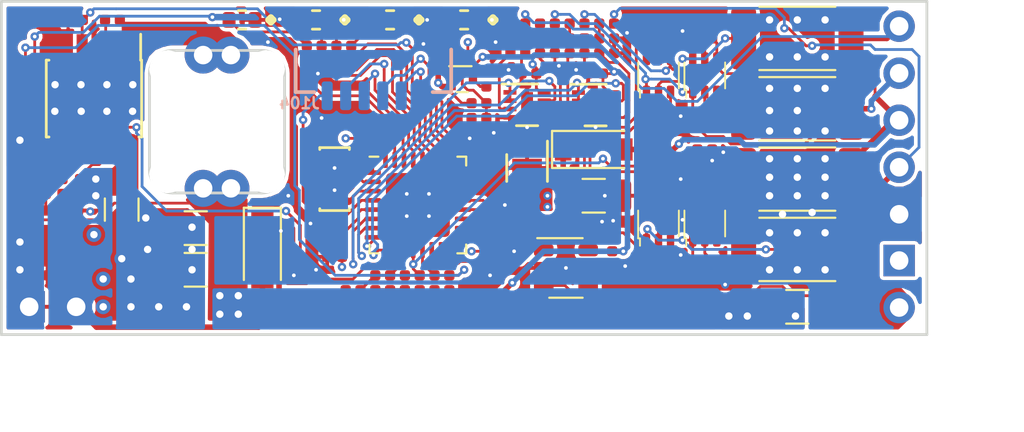
<source format=kicad_pcb>
(kicad_pcb (version 20171130) (host pcbnew 5.0.2-bee76a0~70~ubuntu16.04.1)
  (layers (0 F.Cu signal) (1 In1.Cu signal) (2 In2.Cu signal) (31 B.Cu signal) (34 B.Paste user) (35 F.Paste user) (36 B.SilkS user) (37 F.SilkS user) (38 B.Mask user) (39 F.Mask user) (44 Edge.Cuts user))
  (net 0 "")
  (net 1 /BAL3)
  (net 2 "Net-(C202-Pad1)")
  (net 3 "Net-(C201-Pad1)")
  (net 4 /BAL4)
  (net 5 /CELL1)
  (net 6 /cell_measurement_and_balancing/VCELL1)
  (net 7 GND)
  (net 8 /cell_measurement_and_balancing/CELL1_G)
  (net 9 /cell_measurement_and_balancing/CELL2_G)
  (net 10 /CELL2)
  (net 11 /cell_measurement_and_balancing/CELL3_G)
  (net 12 /cell_measurement_and_balancing/CELL4_G)
  (net 13 /CELL3)
  (net 14 /BAL1)
  (net 15 "Net-(C204-Pad1)")
  (net 16 "Net-(C203-Pad1)")
  (net 17 /BAL2)
  (net 18 /AMP_PWR)
  (net 19 "Net-(D105-Pad2)")
  (net 20 "Net-(D104-Pad2)")
  (net 21 "Net-(D103-Pad2)")
  (net 22 "Net-(D102-Pad2)")
  (net 23 +3.3VA)
  (net 24 "Net-(Q101-Pad1)")
  (net 25 /AMPS_ONOFF)
  (net 26 /VIN_CHG_MEAS)
  (net 27 /cell_measurement_and_balancing/VCELL4)
  (net 28 /VSET)
  (net 29 /buck_charger/FB)
  (net 30 /TEMP2)
  (net 31 /TEMP1)
  (net 32 /cell_measurement_and_balancing/VCELL2)
  (net 33 /cell_measurement_and_balancing/VCELL3)
  (net 34 /CELL4)
  (net 35 /DCDC_ENABLE)
  (net 36 "Net-(C303-Pad2)")
  (net 37 +3V3)
  (net 38 "Net-(R303-Pad1)")
  (net 39 /VIN_CHG)
  (net 40 "Net-(C202-Pad2)")
  (net 41 /buck_charger/COMP)
  (net 42 /buck_charger/BOOT)
  (net 43 /buck_charger/SW)
  (net 44 "Net-(C204-Pad2)")
  (net 45 "Net-(C201-Pad2)")
  (net 46 "Net-(C203-Pad2)")
  (net 47 "Net-(U102-Pad2)")
  (net 48 "Net-(U102-Pad3)")
  (net 49 "Net-(Q202-Pad6)")
  (net 50 "Net-(Q201-Pad6)")
  (net 51 "Net-(Q202-Pad3)")
  (net 52 "Net-(Q201-Pad3)")
  (net 53 /BATTERY)
  (net 54 /I_CHG)
  (net 55 /VCELL1)
  (net 56 /VCELL2)
  (net 57 /VCELL3)
  (net 58 /VCELL4)
  (net 59 /TX)
  (net 60 /RX)
  (net 61 "Net-(C103-Pad2)")
  (net 62 "Net-(D101-Pad2)")
  (net 63 /RST)
  (net 64 /SWDIO)
  (net 65 /SWCLK)
  (net 66 "Net-(U102-Pad15)")
  (net 67 /LED4)
  (net 68 /LED3)
  (net 69 /LED2)
  (net 70 /LED1)
  (net 71 /BOOT0)
  (net 72 /buck_charger/OUT_CHARGER)
  (net 73 GNDPWR)
  (net 74 "Net-(U102-Pad16)")
  (module connectors:jst-sh-hor-6 (layer B.Cu) (at 120.1 83.3)
    (fp_text reference J104 (at -4 2.2) (layer B.SilkS) (effects (font (size 0.6 0.6) (thickness 0.13)) (justify mirror)))
    (fp_text value Dronecode_Debug)
    (pad 4 smd roundrect (at 0.5 1.8) (size 0.6 1.55) (layers B.Cu B.Paste B.Mask) (net 64 /SWDIO))
    (pad 3 smd roundrect (at -0.5 1.8) (size 0.6 1.55) (layers B.Cu B.Paste B.Mask) (net 60 /RX))
    (pad 2 smd roundrect (at -1.5 1.8) (size 0.6 1.55) (layers B.Cu B.Paste B.Mask) (net 59 /TX))
    (pad 1 smd roundrect (at -2.5 1.8) (size 0.6 1.55) (layers B.Cu B.Paste B.Mask) (net 63 /RST))
    (pad 0 smd roundrect (at -3.8 -2.075 180) (size 1.2 1.8) (layers B.Cu B.Paste B.Mask) (net 7 GND))
    (pad 0 smd roundrect (at 3.8 -2.075 180) (size 1.2 1.8) (layers B.Cu B.Paste B.Mask) (net 7 GND))
    (pad 5 smd roundrect (at 1.5 1.8) (size 0.6 1.55) (layers B.Cu B.Paste B.Mask) (net 65 /SWCLK))
    (pad 6 smd roundrect (at 2.5 1.8) (size 0.6 1.55) (layers B.Cu B.Paste B.Mask) (net 7 GND))
  )
  (module Resistor_SMD:R_1206_3216Metric (layer F.Cu) (at 143 96.5 180)
    (fp_text reference R103 hide)
    (fp_text value 50m)
    (pad 1 smd roundrect (at -1.4 0 180) (size 1.25 1.75) (layers F.Cu F.Paste F.Mask) (roundrect_rratio 0.2) (net 53 /BATTERY))
    (pad 2 smd roundrect (at 1.4 0 180) (size 1.25 1.75) (layers F.Cu F.Paste F.Mask) (roundrect_rratio 0.2) (net 72 /buck_charger/OUT_CHARGER))
  )
  (module passive:C_0402_1005Metric_Rounded (layer F.Cu) (at 133 93.9 90)
    (fp_text reference C104 hide)
    (fp_text value 0.1u)
    (pad 2 smd roundrect (at 0.4 0 90) (size 0.55 0.55) (layers F.Cu F.Paste F.Mask) (net 18 /AMP_PWR))
    (pad 1 smd roundrect (at -0.4 0 90) (size 0.55 0.55) (layers F.Cu F.Paste F.Mask) (net 7 GND))
  )
  (module sot:SOT-23-6 (layer F.Cu) (at 130.5 94.4)
    (fp_text reference U103 hide)
    (fp_text value INA181)
    (pad 1 smd roundrect (at -1.2 -0.95) (size 1.06 0.65) (layers F.Cu F.Paste F.Mask) (net 54 /I_CHG))
    (pad 2 smd roundrect (at -1.2 0) (size 1.06 0.65) (layers F.Cu F.Paste F.Mask) (net 7 GND))
    (pad 3 smd roundrect (at -1.2 0.95) (size 1.06 0.65) (layers F.Cu F.Paste F.Mask) (net 72 /buck_charger/OUT_CHARGER))
    (pad 4 smd roundrect (at 1.2 0.95) (size 1.06 0.65) (layers F.Cu F.Paste F.Mask) (net 53 /BATTERY))
    (pad 6 smd roundrect (at 1.2 -0.95) (size 1.06 0.65) (layers F.Cu F.Paste F.Mask) (net 18 /AMP_PWR))
    (pad 5 smd roundrect (at 1.2 0) (size 1.06 0.65) (layers F.Cu F.Paste F.Mask) (net 7 GND))
  )
  (module inductor:ASPI-0630LR-HOLE (layer F.Cu) (at 111.65 86.5 270)
    (fp_text reference L301 hide)
    (fp_text value 10u)
    (pad "" np_thru_hole circle (at 2.85 2.65 90) (size 2 2) (drill 2) (layers *.Cu *.Mask))
    (pad "" np_thru_hole circle (at -2.85 2.65 90) (size 2 2) (drill 2) (layers *.Cu *.Mask))
    (pad "" np_thru_hole circle (at 2.85 -2.65 270) (size 2 2) (drill 2) (layers *.Cu *.Mask))
    (pad 2 thru_hole circle (at 3.6 0.75 270) (size 2 2) (drill 1) (layers *.Cu F.Mask) (net 72 /buck_charger/OUT_CHARGER))
    (pad 2 thru_hole circle (at 3.6 -0.75 270) (size 2 2) (drill 1) (layers *.Cu F.Mask) (net 72 /buck_charger/OUT_CHARGER))
    (pad 1 thru_hole circle (at -3.6 0.75 270) (size 2 2) (drill 1) (layers *.Cu F.Mask) (net 43 /buck_charger/SW))
    (pad "" np_thru_hole circle (at -2.85 -2.65 270) (size 2 2) (drill 2) (layers *.Cu *.Mask))
    (pad 1 thru_hole circle (at -3.6 -0.75 270) (size 2 2) (drill 1) (layers *.Cu F.Mask) (net 43 /buck_charger/SW))
  )
  (module Package_TO_SOT_SMD:SOT-723 (layer F.Cu) (at 124.9 84.2)
    (fp_text reference Q101 hide)
    (fp_text value RZM001P02T2L)
    (pad 1 smd rect (at -0.575 -0.4) (size 0.45 0.4) (layers F.Cu F.Paste F.Mask) (net 24 "Net-(Q101-Pad1)"))
    (pad 2 smd rect (at -0.575 0.4) (size 0.45 0.4) (layers F.Cu F.Paste F.Mask) (net 23 +3.3VA))
    (pad 3 smd rect (at 0.575 0) (size 0.45 0.5) (layers F.Cu F.Paste F.Mask) (net 18 /AMP_PWR))
  )
  (module sot:SOT-363 (layer F.Cu) (at 138 84 90)
    (fp_text reference Q201 hide)
    (fp_text value PMGD280UN,115)
    (pad 4 smd roundrect (at 0.9 0.65) (size 0.4 0.7) (layers F.Cu F.Paste F.Mask) (net 10 /CELL2))
    (pad 5 smd roundrect (at 0.9 0) (size 0.4 0.7) (layers F.Cu F.Paste F.Mask) (net 11 /cell_measurement_and_balancing/CELL3_G))
    (pad 6 smd roundrect (at 0.9 -0.65) (size 0.4 0.7) (layers F.Cu F.Paste F.Mask) (net 50 "Net-(Q201-Pad6)"))
    (pad 3 smd roundrect (at -0.9 0.65) (size 0.4 0.7) (layers F.Cu F.Paste F.Mask) (net 52 "Net-(Q201-Pad3)"))
    (pad 2 smd roundrect (at -0.9 0) (size 0.4 0.7) (layers F.Cu F.Paste F.Mask) (net 12 /cell_measurement_and_balancing/CELL4_G))
    (pad 1 smd roundrect (at -0.9 -0.65) (size 0.4 0.7) (layers F.Cu F.Paste F.Mask) (net 13 /CELL3))
  )
  (module sot:SOT-363 (layer F.Cu) (at 135.5 84 90)
    (fp_text reference D201 hide)
    (fp_text value BAT54SDW)
    (pad 1 smd roundrect (at -0.9 -0.65) (size 0.4 0.7) (layers F.Cu F.Paste F.Mask) (net 13 /CELL3))
    (pad 2 smd roundrect (at -0.9 0) (size 0.4 0.7) (layers F.Cu F.Paste F.Mask) (net 12 /cell_measurement_and_balancing/CELL4_G))
    (pad 3 smd roundrect (at -0.9 0.65) (size 0.4 0.7) (layers F.Cu F.Paste F.Mask) (net 40 "Net-(C202-Pad2)"))
    (pad 6 smd roundrect (at 0.9 -0.65) (size 0.4 0.7) (layers F.Cu F.Paste F.Mask) (net 45 "Net-(C201-Pad2)"))
    (pad 5 smd roundrect (at 0.9 0) (size 0.4 0.7) (layers F.Cu F.Paste F.Mask) (net 11 /cell_measurement_and_balancing/CELL3_G))
    (pad 4 smd roundrect (at 0.9 0.65) (size 0.4 0.7) (layers F.Cu F.Paste F.Mask) (net 10 /CELL2))
  )
  (module sot:SOT-363 (layer F.Cu) (at 135.5 92 90)
    (fp_text reference D202 hide)
    (fp_text value BAT54SDW)
    (pad 4 smd roundrect (at 0.9 0.65) (size 0.4 0.7) (layers F.Cu F.Paste F.Mask) (net 7 GND))
    (pad 5 smd roundrect (at 0.9 0) (size 0.4 0.7) (layers F.Cu F.Paste F.Mask) (net 8 /cell_measurement_and_balancing/CELL1_G))
    (pad 6 smd roundrect (at 0.9 -0.65) (size 0.4 0.7) (layers F.Cu F.Paste F.Mask) (net 46 "Net-(C203-Pad2)"))
    (pad 3 smd roundrect (at -0.9 0.65) (size 0.4 0.7) (layers F.Cu F.Paste F.Mask) (net 44 "Net-(C204-Pad2)"))
    (pad 2 smd roundrect (at -0.9 0) (size 0.4 0.7) (layers F.Cu F.Paste F.Mask) (net 9 /cell_measurement_and_balancing/CELL2_G))
    (pad 1 smd roundrect (at -0.9 -0.65) (size 0.4 0.7) (layers F.Cu F.Paste F.Mask) (net 5 /CELL1))
  )
  (module sot:SOT-363 (layer F.Cu) (at 138 92 90)
    (fp_text reference Q202 hide)
    (fp_text value PMGD280UN,115)
    (pad 1 smd roundrect (at -0.9 -0.65) (size 0.4 0.7) (layers F.Cu F.Paste F.Mask) (net 5 /CELL1))
    (pad 2 smd roundrect (at -0.9 0) (size 0.4 0.7) (layers F.Cu F.Paste F.Mask) (net 9 /cell_measurement_and_balancing/CELL2_G))
    (pad 3 smd roundrect (at -0.9 0.65) (size 0.4 0.7) (layers F.Cu F.Paste F.Mask) (net 51 "Net-(Q202-Pad3)"))
    (pad 6 smd roundrect (at 0.9 -0.65) (size 0.4 0.7) (layers F.Cu F.Paste F.Mask) (net 49 "Net-(Q202-Pad6)"))
    (pad 5 smd roundrect (at 0.9 0) (size 0.4 0.7) (layers F.Cu F.Paste F.Mask) (net 8 /cell_measurement_and_balancing/CELL1_G))
    (pad 4 smd roundrect (at 0.9 0.65) (size 0.4 0.7) (layers F.Cu F.Paste F.Mask) (net 7 GND))
  )
  (module connectors:1x2_2.54mm (layer F.Cu) (at 101.5 96.5 270)
    (fp_text reference J102 hide)
    (fp_text value Conn_01x02_Male)
    (pad 2 thru_hole circle (at 0 -2.54 270) (size 1.7 1.7) (drill 1) (layers *.Cu *.Mask) (net 39 /VIN_CHG))
    (pad 1 thru_hole rect (at 0 0 270) (size 1.7 1.7) (drill 1) (layers *.Cu *.Mask) (net 73 GNDPWR))
  )
  (module connectors:1x2_2.54mm (layer F.Cu) (at 148.5 94 180)
    (fp_text reference J101 hide)
    (fp_text value Conn_01x02_Male)
    (pad 2 thru_hole circle (at 0 -2.54 180) (size 1.7 1.7) (drill 1) (layers *.Cu *.Mask) (net 53 /BATTERY))
    (pad 1 thru_hole rect (at 0 0 180) (size 1.7 1.7) (drill 1) (layers *.Cu *.Mask) (net 73 GNDPWR))
  )
  (module connectors:1x5_2.54mm (layer F.Cu) (at 148.5 91.5)
    (fp_text reference J103 hide)
    (fp_text value Conn_01x05_Male)
    (pad 5 thru_hole circle (at 0 -10.16) (size 1.7 1.7) (drill 1) (layers *.Cu *.Mask) (net 34 /CELL4))
    (pad 4 thru_hole circle (at 0 -7.62) (size 1.7 1.7) (drill 1) (layers *.Cu *.Mask) (net 13 /CELL3))
    (pad 3 thru_hole circle (at 0 -5.08) (size 1.7 1.7) (drill 1) (layers *.Cu *.Mask) (net 10 /CELL2))
    (pad 2 thru_hole circle (at 0 -2.54) (size 1.7 1.7) (drill 1) (layers *.Cu *.Mask) (net 5 /CELL1))
    (pad 1 thru_hole rect (at 0 0) (size 1.7 1.7) (drill 1) (layers *.Cu *.Mask) (net 7 GND))
  )
  (module Package_DFN_QFN:DFN-8-1EP_2x2mm_P0.45mm_EP0.64x1.38mm (layer F.Cu) (at 128.4 85.59)
    (fp_text reference U202 hide)
    (fp_text value TSV912IQ2T)
    (pad 9 smd rect (at 0 0) (size 0.64 1.38) (layers F.Cu F.Mask) (net 7 GND))
    (pad 8 smd rect (at 0.925 -0.675) (size 0.7 0.25) (layers F.Cu F.Paste F.Mask) (net 18 /AMP_PWR))
    (pad 7 smd rect (at 0.925 -0.225) (size 0.7 0.25) (layers F.Cu F.Paste F.Mask) (net 57 /VCELL3))
    (pad 6 smd rect (at 0.925 0.225) (size 0.7 0.25) (layers F.Cu F.Paste F.Mask) (net 57 /VCELL3))
    (pad 5 smd rect (at 0.925 0.675) (size 0.7 0.25) (layers F.Cu F.Paste F.Mask) (net 33 /cell_measurement_and_balancing/VCELL3))
    (pad 4 smd rect (at -0.925 0.675) (size 0.7 0.25) (layers F.Cu F.Paste F.Mask) (net 7 GND))
    (pad 3 smd rect (at -0.925 0.225) (size 0.7 0.25) (layers F.Cu F.Paste F.Mask) (net 27 /cell_measurement_and_balancing/VCELL4))
    (pad 2 smd rect (at -0.925 -0.225) (size 0.7 0.25) (layers F.Cu F.Paste F.Mask) (net 58 /VCELL4))
    (pad 1 smd rect (at -0.925 -0.675) (size 0.7 0.25) (layers F.Cu F.Paste F.Mask) (net 58 /VCELL4))
  )
  (module Package_DFN_QFN:DFN-8-1EP_2x2mm_P0.45mm_EP0.64x1.38mm (layer F.Cu) (at 132.1 85.6)
    (fp_text reference U203 hide)
    (fp_text value TSV912IQ2T)
    (pad 9 smd rect (at 0 0) (size 0.64 1.38) (layers F.Cu F.Mask) (net 7 GND))
    (pad 8 smd rect (at 0.925 -0.675) (size 0.7 0.25) (layers F.Cu F.Paste F.Mask) (net 18 /AMP_PWR))
    (pad 7 smd rect (at 0.925 -0.225) (size 0.7 0.25) (layers F.Cu F.Paste F.Mask) (net 55 /VCELL1))
    (pad 6 smd rect (at 0.925 0.225) (size 0.7 0.25) (layers F.Cu F.Paste F.Mask) (net 55 /VCELL1))
    (pad 5 smd rect (at 0.925 0.675) (size 0.7 0.25) (layers F.Cu F.Paste F.Mask) (net 6 /cell_measurement_and_balancing/VCELL1))
    (pad 4 smd rect (at -0.925 0.675) (size 0.7 0.25) (layers F.Cu F.Paste F.Mask) (net 7 GND))
    (pad 3 smd rect (at -0.925 0.225) (size 0.7 0.25) (layers F.Cu F.Paste F.Mask) (net 32 /cell_measurement_and_balancing/VCELL2))
    (pad 2 smd rect (at -0.925 -0.225) (size 0.7 0.25) (layers F.Cu F.Paste F.Mask) (net 56 /VCELL2))
    (pad 1 smd rect (at -0.925 -0.675) (size 0.7 0.25) (layers F.Cu F.Paste F.Mask) (net 56 /VCELL2))
  )
  (module passive:C_0402_1005Metric_Rounded (layer F.Cu) (at 132.1 83.9)
    (fp_text reference C214 hide)
    (fp_text value 0.1u)
    (pad 1 smd roundrect (at -0.4 0) (size 0.55 0.55) (layers F.Cu F.Paste F.Mask) (net 7 GND))
    (pad 2 smd roundrect (at 0.4 0) (size 0.55 0.55) (layers F.Cu F.Paste F.Mask) (net 18 /AMP_PWR))
  )
  (module passive:R_0402_1005Metric_Rounded (layer F.Cu) (at 135.5 88)
    (fp_text reference FB102 hide)
    (fp_text value BKH1005LM182-T)
    (pad 1 smd roundrect (at -0.4 0) (size 0.55 0.55) (layers F.Cu F.Paste F.Mask) (net 62 "Net-(D101-Pad2)"))
    (pad 2 smd roundrect (at 0.4 0) (size 0.55 0.55) (layers F.Cu F.Paste F.Mask) (net 10 /CELL2))
  )
  (module Capacitor_SMD:C_1206_3216Metric (layer F.Cu) (at 110.5 94.5)
    (fp_text reference C306 hide)
    (fp_text value 22u)
    (pad 2 smd roundrect (at 1.4 0) (size 1.25 1.75) (layers F.Cu F.Paste F.Mask) (roundrect_rratio 0.2) (net 72 /buck_charger/OUT_CHARGER))
    (pad 1 smd roundrect (at -1.4 0) (size 1.25 1.75) (layers F.Cu F.Paste F.Mask) (roundrect_rratio 0.2) (net 73 GNDPWR))
  )
  (module Capacitor_SMD:C_1206_3216Metric (layer F.Cu) (at 110.5 92.25)
    (fp_text reference C305 hide)
    (fp_text value 22u)
    (pad 2 smd roundrect (at 1.4 0) (size 1.25 1.75) (layers F.Cu F.Paste F.Mask) (roundrect_rratio 0.2) (net 72 /buck_charger/OUT_CHARGER))
    (pad 1 smd roundrect (at -1.4 0) (size 1.25 1.75) (layers F.Cu F.Paste F.Mask) (roundrect_rratio 0.2) (net 73 GNDPWR))
  )
  (module Capacitor_SMD:C_1206_3216Metric (layer F.Cu) (at 106.5 91.25 90)
    (fp_text reference C302 hide)
    (fp_text value 22u)
    (pad 2 smd roundrect (at 1.4 0 90) (size 1.25 1.75) (layers F.Cu F.Paste F.Mask) (roundrect_rratio 0.2) (net 39 /VIN_CHG))
    (pad 1 smd roundrect (at -1.4 0 90) (size 1.25 1.75) (layers F.Cu F.Paste F.Mask) (roundrect_rratio 0.2) (net 73 GNDPWR))
  )
  (module Capacitor_SMD:C_1206_3216Metric (layer F.Cu) (at 132 90.5 180)
    (fp_text reference C103 hide)
    (fp_text value 22u)
    (pad 2 smd roundrect (at 1.4 0 180) (size 1.25 1.75) (layers F.Cu F.Paste F.Mask) (roundrect_rratio 0.2) (net 61 "Net-(C103-Pad2)"))
    (pad 1 smd roundrect (at -1.4 0 180) (size 1.25 1.75) (layers F.Cu F.Paste F.Mask) (roundrect_rratio 0.2) (net 7 GND))
  )
  (module Diode_SMD:D_SOD-123 (layer F.Cu) (at 132 88)
    (fp_text reference D101 hide)
    (fp_text value MBR0580S1-7)
    (pad 2 smd rect (at 1.65 0) (size 0.9 1.2) (layers F.Cu F.Paste F.Mask) (net 62 "Net-(D101-Pad2)"))
    (pad 1 smd rect (at -1.65 0) (size 0.9 1.2) (layers F.Cu F.Paste F.Mask) (net 61 "Net-(C103-Pad2)"))
  )
  (module Diode_SMD:D_SOD-123 (layer F.Cu) (at 114.1 93.4 270)
    (fp_text reference D301 hide)
    (fp_text value MBR0580S1-7)
    (pad 2 smd rect (at 1.65 0 270) (size 0.9 1.2) (layers F.Cu F.Paste F.Mask) (net 72 /buck_charger/OUT_CHARGER))
    (pad 1 smd rect (at -1.65 0 270) (size 0.9 1.2) (layers F.Cu F.Paste F.Mask) (net 39 /VIN_CHG))
  )
  (module Package_DFN_QFN:DFN-6-1EP_2x2mm_P0.65mm_EP1x1.6mm (layer F.Cu) (at 128.4 89 270)
    (fp_text reference U101 hide)
    (fp_text value NCP716)
    (pad 7 smd rect (at 0 0 270) (size 1 1.6) (layers F.Cu F.Mask) (net 7 GND))
    (pad 6 smd rect (at 1.05 -0.65 270) (size 0.65 0.35) (layers F.Cu F.Paste F.Mask) (net 37 +3V3))
    (pad 5 smd rect (at 1.05 0 270) (size 0.65 0.35) (layers F.Cu F.Paste F.Mask))
    (pad 4 smd rect (at 1.05 0.65 270) (size 0.65 0.35) (layers F.Cu F.Paste F.Mask))
    (pad 3 smd rect (at -1.05 0.65 270) (size 0.65 0.35) (layers F.Cu F.Paste F.Mask) (net 7 GND))
    (pad 2 smd rect (at -1.05 0 270) (size 0.65 0.35) (layers F.Cu F.Paste F.Mask) (net 7 GND))
    (pad 1 smd rect (at -1.05 -0.65 270) (size 0.65 0.35) (layers F.Cu F.Paste F.Mask) (net 61 "Net-(C103-Pad2)"))
  )
  (module Package_DFN_QFN:QFN-32-1EP_5x5mm_P0.5mm_EP3.45x3.45mm (layer F.Cu) (at 122.5 91)
    (fp_text reference U102 hide)
    (fp_text value STM32F051K6Ux)
    (pad 32 smd roundrect (at -1.75 -2.4375) (size 0.25 0.875) (layers F.Cu F.Paste F.Mask) (net 70 /LED1))
    (pad 31 smd roundrect (at -1.25 -2.4375) (size 0.25 0.875) (layers F.Cu F.Paste F.Mask) (net 71 /BOOT0))
    (pad 30 smd roundrect (at -0.75 -2.4375) (size 0.25 0.875) (layers F.Cu F.Paste F.Mask) (net 60 /RX))
    (pad 29 smd roundrect (at -0.25 -2.4375) (size 0.25 0.875) (layers F.Cu F.Paste F.Mask) (net 59 /TX))
    (pad 28 smd roundrect (at 0.25 -2.4375) (size 0.25 0.875) (layers F.Cu F.Paste F.Mask) (net 69 /LED2))
    (pad 27 smd roundrect (at 0.75 -2.4375) (size 0.25 0.875) (layers F.Cu F.Paste F.Mask) (net 68 /LED3))
    (pad 26 smd roundrect (at 1.25 -2.4375) (size 0.25 0.875) (layers F.Cu F.Paste F.Mask) (net 67 /LED4))
    (pad 25 smd roundrect (at 1.75 -2.4375) (size 0.25 0.875) (layers F.Cu F.Paste F.Mask) (net 35 /DCDC_ENABLE))
    (pad 24 smd roundrect (at 2.4375 -1.75) (size 0.875 0.25) (layers F.Cu F.Paste F.Mask) (net 65 /SWCLK))
    (pad 23 smd roundrect (at 2.4375 -1.25) (size 0.875 0.25) (layers F.Cu F.Paste F.Mask) (net 64 /SWDIO))
    (pad 22 smd roundrect (at 2.4375 -0.75) (size 0.875 0.25) (layers F.Cu F.Paste F.Mask) (net 25 /AMPS_ONOFF))
    (pad 21 smd roundrect (at 2.4375 -0.25) (size 0.875 0.25) (layers F.Cu F.Paste F.Mask) (net 4 /BAL4))
    (pad 20 smd roundrect (at 2.4375 0.25) (size 0.875 0.25) (layers F.Cu F.Paste F.Mask) (net 1 /BAL3))
    (pad 19 smd roundrect (at 2.4375 0.75) (size 0.875 0.25) (layers F.Cu F.Paste F.Mask) (net 17 /BAL2))
    (pad 18 smd roundrect (at 2.4375 1.25) (size 0.875 0.25) (layers F.Cu F.Paste F.Mask) (net 14 /BAL1))
    (pad 17 smd roundrect (at 2.4375 1.75) (size 0.875 0.25) (layers F.Cu F.Paste F.Mask) (net 37 +3V3))
    (pad 16 smd roundrect (at 1.75 2.4375) (size 0.25 0.875) (layers F.Cu F.Paste F.Mask) (net 74 "Net-(U102-Pad16)"))
    (pad 15 smd roundrect (at 1.25 2.4375) (size 0.25 0.875) (layers F.Cu F.Paste F.Mask) (net 66 "Net-(U102-Pad15)"))
    (pad 14 smd roundrect (at 0.75 2.4375) (size 0.25 0.875) (layers F.Cu F.Paste F.Mask) (net 54 /I_CHG))
    (pad 13 smd roundrect (at 0.25 2.4375) (size 0.25 0.875) (layers F.Cu F.Paste F.Mask) (net 30 /TEMP2))
    (pad 12 smd roundrect (at -0.25 2.4375) (size 0.25 0.875) (layers F.Cu F.Paste F.Mask) (net 31 /TEMP1))
    (pad 11 smd roundrect (at -0.75 2.4375) (size 0.25 0.875) (layers F.Cu F.Paste F.Mask) (net 26 /VIN_CHG_MEAS))
    (pad 10 smd roundrect (at -1.25 2.4375) (size 0.25 0.875) (layers F.Cu F.Paste F.Mask) (net 28 /VSET))
    (pad 9 smd roundrect (at -1.75 2.4375) (size 0.25 0.875) (layers F.Cu F.Paste F.Mask) (net 55 /VCELL1))
    (pad 8 smd roundrect (at -2.4375 1.75) (size 0.875 0.25) (layers F.Cu F.Paste F.Mask) (net 56 /VCELL2))
    (pad 7 smd roundrect (at -2.4375 1.25) (size 0.875 0.25) (layers F.Cu F.Paste F.Mask) (net 57 /VCELL3))
    (pad 6 smd roundrect (at -2.4375 0.75) (size 0.875 0.25) (layers F.Cu F.Paste F.Mask) (net 58 /VCELL4))
    (pad 5 smd roundrect (at -2.4375 0.25) (size 0.875 0.25) (layers F.Cu F.Paste F.Mask) (net 23 +3.3VA))
    (pad 4 smd roundrect (at -2.4375 -0.25) (size 0.875 0.25) (layers F.Cu F.Paste F.Mask) (net 63 /RST))
    (pad 3 smd roundrect (at -2.4375 -0.75) (size 0.875 0.25) (layers F.Cu F.Paste F.Mask) (net 48 "Net-(U102-Pad3)"))
    (pad 2 smd roundrect (at -2.4375 -1.25) (size 0.875 0.25) (layers F.Cu F.Paste F.Mask) (net 47 "Net-(U102-Pad2)"))
    (pad 1 smd roundrect (at -2.4375 -1.75) (size 0.875 0.25) (layers F.Cu F.Paste F.Mask) (net 37 +3V3))
    (pad 33 smd roundrect (at 0 0) (size 3.45 3.45) (layers F.Cu F.Mask) (roundrect_rratio 0.072464) (net 7 GND))
  )
  (module Package_SO:SOIC-8-1EP_3.9x4.9mm_P1.27mm_EP2.35x2.35mm (layer F.Cu) (at 105 85.25 270)
    (fp_text reference U301 hide)
    (fp_text value RT2862)
    (pad 9 smd rect (at 0 0 270) (size 2.35 2.35) (layers F.Cu F.Mask) (net 73 GNDPWR))
    (pad 8 smd rect (at 2.7 -1.905 270) (size 1.55 0.6) (layers F.Cu F.Paste F.Mask) (net 39 /VIN_CHG))
    (pad 7 smd rect (at 2.7 -0.635 270) (size 1.55 0.6) (layers F.Cu F.Paste F.Mask) (net 38 "Net-(R303-Pad1)"))
    (pad 6 smd rect (at 2.7 0.635 270) (size 1.55 0.6) (layers F.Cu F.Paste F.Mask) (net 41 /buck_charger/COMP))
    (pad 5 smd rect (at 2.7 1.905 270) (size 1.55 0.6) (layers F.Cu F.Paste F.Mask) (net 29 /buck_charger/FB))
    (pad 4 smd rect (at -2.7 1.905 270) (size 1.55 0.6) (layers F.Cu F.Paste F.Mask) (net 73 GNDPWR))
    (pad 3 smd rect (at -2.7 0.635 270) (size 1.55 0.6) (layers F.Cu F.Paste F.Mask) (net 35 /DCDC_ENABLE))
    (pad 2 smd rect (at -2.7 -0.635 270) (size 1.55 0.6) (layers F.Cu F.Paste F.Mask) (net 42 /buck_charger/BOOT))
    (pad 1 smd rect (at -2.7 -1.905 270) (size 1.55 0.6) (layers F.Cu F.Paste F.Mask) (net 43 /buck_charger/SW))
  )
  (module Resistor_SMD:R_2512_6332Metric (layer F.Cu) (at 143 85.8)
    (fp_text reference R210 hide)
    (fp_text value 33)
    (pad 2 smd roundrect (at 2.9 0) (size 1.35 3.35) (layers F.Cu F.Paste F.Mask) (roundrect_rratio 0.185185) (net 13 /CELL3))
    (pad 1 smd roundrect (at -2.9 0) (size 1.35 3.35) (layers F.Cu F.Paste F.Mask) (roundrect_rratio 0.185185) (net 52 "Net-(Q201-Pad3)"))
  )
  (module Resistor_SMD:R_2512_6332Metric (layer F.Cu) (at 143 93.4)
    (fp_text reference R212 hide)
    (fp_text value 33)
    (pad 2 smd roundrect (at 2.9 0) (size 1.35 3.35) (layers F.Cu F.Paste F.Mask) (roundrect_rratio 0.185185) (net 5 /CELL1))
    (pad 1 smd roundrect (at -2.9 0) (size 1.35 3.35) (layers F.Cu F.Paste F.Mask) (roundrect_rratio 0.185185) (net 51 "Net-(Q202-Pad3)"))
  )
  (module Resistor_SMD:R_2512_6332Metric (layer F.Cu) (at 143 82)
    (fp_text reference R209 hide)
    (fp_text value 33)
    (pad 2 smd roundrect (at 2.9 0) (size 1.35 3.35) (layers F.Cu F.Paste F.Mask) (roundrect_rratio 0.185185) (net 34 /CELL4))
    (pad 1 smd roundrect (at -2.9 0) (size 1.35 3.35) (layers F.Cu F.Paste F.Mask) (roundrect_rratio 0.185185) (net 50 "Net-(Q201-Pad6)"))
  )
  (module Resistor_SMD:R_2512_6332Metric (layer F.Cu) (at 143 89.6)
    (fp_text reference R211 hide)
    (fp_text value 33)
    (pad 2 smd roundrect (at 2.9 0) (size 1.35 3.35) (layers F.Cu F.Paste F.Mask) (roundrect_rratio 0.185185) (net 10 /CELL2))
    (pad 1 smd roundrect (at -2.9 0) (size 1.35 3.35) (layers F.Cu F.Paste F.Mask) (roundrect_rratio 0.185185) (net 49 "Net-(Q202-Pad6)"))
  )
  (module crystals:Resonator_3pin_3.2x1.3mm (layer F.Cu) (at 118 89.6 270)
    (fp_text reference Y101 hide)
    (fp_text value PRQC8.00CR1010V00L)
    (pad 3 smd oval (at 1.2 0 270) (size 0.4 1.9) (layers F.Cu F.Paste F.Mask) (net 48 "Net-(U102-Pad3)"))
    (pad 2 smd oval (at 0 0 270) (size 0.4 1.9) (layers F.Cu F.Paste F.Mask) (net 7 GND))
    (pad 1 smd oval (at -1.2 0 270) (size 0.4 1.9) (layers F.Cu F.Paste F.Mask) (net 47 "Net-(U102-Pad2)"))
  )
  (module leds:LEDC1608X60 (layer F.Cu) (at 117 81 180)
    (fp_text reference D105 hide)
    (fp_text value LED_Small)
    (pad 2 smd roundrect (at 0.7 0 180) (size 0.7 0.85) (layers F.Cu F.Paste F.Mask) (net 19 "Net-(D105-Pad2)"))
    (pad 1 smd roundrect (at -0.7 0 180) (size 0.7 0.85) (layers F.Cu F.Paste F.Mask) (net 7 GND))
  )
  (module leds:LEDC1608X60 (layer F.Cu) (at 125 81 180)
    (fp_text reference D103 hide)
    (fp_text value LED_Small)
    (pad 2 smd roundrect (at 0.7 0 180) (size 0.7 0.85) (layers F.Cu F.Paste F.Mask) (net 21 "Net-(D103-Pad2)"))
    (pad 1 smd roundrect (at -0.7 0 180) (size 0.7 0.85) (layers F.Cu F.Paste F.Mask) (net 7 GND))
  )
  (module leds:LEDC1608X60 (layer F.Cu) (at 113 81 180)
    (fp_text reference D102 hide)
    (fp_text value LED_Small)
    (pad 2 smd roundrect (at 0.7 0 180) (size 0.7 0.85) (layers F.Cu F.Paste F.Mask) (net 22 "Net-(D102-Pad2)"))
    (pad 1 smd roundrect (at -0.7 0 180) (size 0.7 0.85) (layers F.Cu F.Paste F.Mask) (net 7 GND))
  )
  (module leds:LEDC1608X60 (layer F.Cu) (at 121 81 180)
    (fp_text reference D104 hide)
    (fp_text value LED_Small)
    (pad 2 smd roundrect (at 0.7 0 180) (size 0.7 0.85) (layers F.Cu F.Paste F.Mask) (net 20 "Net-(D104-Pad2)"))
    (pad 1 smd roundrect (at -0.7 0 180) (size 0.7 0.85) (layers F.Cu F.Paste F.Mask) (net 7 GND))
  )
  (module passive:C_0402_1005Metric_Rounded (layer F.Cu) (at 135.5 90 180)
    (fp_text reference C203 hide)
    (fp_text value 0.1u)
    (pad 1 smd roundrect (at -0.4 0 180) (size 0.55 0.55) (layers F.Cu F.Paste F.Mask) (net 16 "Net-(C203-Pad1)"))
    (pad 2 smd roundrect (at 0.4 0 180) (size 0.55 0.55) (layers F.Cu F.Paste F.Mask) (net 46 "Net-(C203-Pad2)"))
  )
  (module passive:C_0402_1005Metric_Rounded (layer F.Cu) (at 135.5 82 180)
    (fp_text reference C201 hide)
    (fp_text value 0.1u)
    (pad 1 smd roundrect (at -0.4 0 180) (size 0.55 0.55) (layers F.Cu F.Paste F.Mask) (net 3 "Net-(C201-Pad1)"))
    (pad 2 smd roundrect (at 0.4 0 180) (size 0.55 0.55) (layers F.Cu F.Paste F.Mask) (net 45 "Net-(C201-Pad2)"))
  )
  (module passive:C_0402_1005Metric_Rounded (layer F.Cu) (at 126.2 84.2 90)
    (fp_text reference C113 hide)
    (fp_text value 4.7u)
    (pad 1 smd roundrect (at -0.4 0 90) (size 0.55 0.55) (layers F.Cu F.Paste F.Mask) (net 18 /AMP_PWR))
    (pad 2 smd roundrect (at 0.4 0 90) (size 0.55 0.55) (layers F.Cu F.Paste F.Mask) (net 7 GND))
  )
  (module passive:C_0402_1005Metric_Rounded (layer F.Cu) (at 118 93.8 180)
    (fp_text reference C112 hide)
    (fp_text value 4.7u)
    (pad 1 smd roundrect (at -0.4 0 180) (size 0.55 0.55) (layers F.Cu F.Paste F.Mask) (net 23 +3.3VA))
    (pad 2 smd roundrect (at 0.4 0 180) (size 0.55 0.55) (layers F.Cu F.Paste F.Mask) (net 7 GND))
  )
  (module passive:C_0402_1005Metric_Rounded (layer F.Cu) (at 118 93 180)
    (fp_text reference C111 hide)
    (fp_text value 0.1u)
    (pad 1 smd roundrect (at -0.4 0 180) (size 0.55 0.55) (layers F.Cu F.Paste F.Mask) (net 23 +3.3VA))
    (pad 2 smd roundrect (at 0.4 0 180) (size 0.55 0.55) (layers F.Cu F.Paste F.Mask) (net 7 GND))
  )
  (module passive:C_0402_1005Metric_Rounded (layer F.Cu) (at 126.5 93.5)
    (fp_text reference C110 hide)
    (fp_text value 0.1u)
    (pad 1 smd roundrect (at -0.4 0) (size 0.55 0.55) (layers F.Cu F.Paste F.Mask) (net 37 +3V3))
    (pad 2 smd roundrect (at 0.4 0) (size 0.55 0.55) (layers F.Cu F.Paste F.Mask) (net 7 GND))
  )
  (module passive:C_0402_1005Metric_Rounded (layer F.Cu) (at 120.2 87 90)
    (fp_text reference C109 hide)
    (fp_text value 0.1u)
    (pad 1 smd roundrect (at -0.4 0 90) (size 0.55 0.55) (layers F.Cu F.Paste F.Mask) (net 37 +3V3))
    (pad 2 smd roundrect (at 0.4 0 90) (size 0.55 0.55) (layers F.Cu F.Paste F.Mask) (net 7 GND))
  )
  (module passive:C_0402_1005Metric_Rounded (layer F.Cu) (at 118 91.8)
    (fp_text reference C108 hide)
    (fp_text value 0.1u)
    (pad 1 smd roundrect (at -0.4 0) (size 0.55 0.55) (layers F.Cu F.Paste F.Mask) (net 7 GND))
    (pad 2 smd roundrect (at 0.4 0) (size 0.55 0.55) (layers F.Cu F.Paste F.Mask) (net 63 /RST))
  )
  (module passive:C_0402_1005Metric_Rounded (layer F.Cu) (at 119.4 87 90)
    (fp_text reference C107 hide)
    (fp_text value 4.7u)
    (pad 1 smd roundrect (at -0.4 0 90) (size 0.55 0.55) (layers F.Cu F.Paste F.Mask) (net 37 +3V3))
    (pad 2 smd roundrect (at 0.4 0 90) (size 0.55 0.55) (layers F.Cu F.Paste F.Mask) (net 7 GND))
  )
  (module passive:C_0402_1005Metric_Rounded (layer F.Cu) (at 121 95.2 90)
    (fp_text reference C106 hide)
    (fp_text value 0.1u)
    (pad 1 smd roundrect (at -0.4 0 90) (size 0.55 0.55) (layers F.Cu F.Paste F.Mask) (net 7 GND))
    (pad 2 smd roundrect (at 0.4 0 90) (size 0.55 0.55) (layers F.Cu F.Paste F.Mask) (net 26 /VIN_CHG_MEAS))
  )
  (module passive:C_0402_1005Metric_Rounded (layer F.Cu) (at 138 94)
    (fp_text reference C207 hide)
    (fp_text value 0.1u)
    (pad 1 smd roundrect (at -0.4 0) (size 0.55 0.55) (layers F.Cu F.Paste F.Mask) (net 5 /CELL1))
    (pad 2 smd roundrect (at 0.4 0) (size 0.55 0.55) (layers F.Cu F.Paste F.Mask) (net 9 /cell_measurement_and_balancing/CELL2_G))
  )
  (module passive:C_0402_1005Metric_Rounded (layer F.Cu) (at 124.2 95.2 90)
    (fp_text reference C102 hide)
    (fp_text value 0.1u)
    (pad 1 smd roundrect (at -0.4 0 90) (size 0.55 0.55) (layers F.Cu F.Paste F.Mask) (net 7 GND))
    (pad 2 smd roundrect (at 0.4 0 90) (size 0.55 0.55) (layers F.Cu F.Paste F.Mask) (net 30 /TEMP2))
  )
  (module passive:C_0402_1005Metric_Rounded (layer F.Cu) (at 138 86)
    (fp_text reference C205 hide)
    (fp_text value 0.1u)
    (pad 1 smd roundrect (at -0.4 0) (size 0.55 0.55) (layers F.Cu F.Paste F.Mask) (net 13 /CELL3))
    (pad 2 smd roundrect (at 0.4 0) (size 0.55 0.55) (layers F.Cu F.Paste F.Mask) (net 12 /cell_measurement_and_balancing/CELL4_G))
  )
  (module passive:C_0402_1005Metric_Rounded (layer F.Cu) (at 135.5 94)
    (fp_text reference C204 hide)
    (fp_text value 0.1u)
    (pad 1 smd roundrect (at -0.4 0) (size 0.55 0.55) (layers F.Cu F.Paste F.Mask) (net 15 "Net-(C204-Pad1)"))
    (pad 2 smd roundrect (at 0.4 0) (size 0.55 0.55) (layers F.Cu F.Paste F.Mask) (net 44 "Net-(C204-Pad2)"))
  )
  (module passive:C_0402_1005Metric_Rounded (layer F.Cu) (at 121.8 95.2 90)
    (fp_text reference C101 hide)
    (fp_text value 0.1u)
    (pad 1 smd roundrect (at -0.4 0 90) (size 0.55 0.55) (layers F.Cu F.Paste F.Mask) (net 7 GND))
    (pad 2 smd roundrect (at 0.4 0 90) (size 0.55 0.55) (layers F.Cu F.Paste F.Mask) (net 31 /TEMP1))
  )
  (module passive:C_0402_1005Metric_Rounded (layer F.Cu) (at 128.4 91 180)
    (fp_text reference C105 hide)
    (fp_text value 4.7u)
    (pad 1 smd roundrect (at -0.4 0 180) (size 0.55 0.55) (layers F.Cu F.Paste F.Mask) (net 37 +3V3))
    (pad 2 smd roundrect (at 0.4 0 180) (size 0.55 0.55) (layers F.Cu F.Paste F.Mask) (net 7 GND))
  )
  (module passive:C_0402_1005Metric_Rounded (layer F.Cu) (at 106 81 180)
    (fp_text reference C304 hide)
    (fp_text value 0.1u)
    (pad 1 smd roundrect (at -0.4 0 180) (size 0.55 0.55) (layers F.Cu F.Paste F.Mask) (net 43 /buck_charger/SW))
    (pad 2 smd roundrect (at 0.4 0 180) (size 0.55 0.55) (layers F.Cu F.Paste F.Mask) (net 42 /buck_charger/BOOT))
  )
  (module passive:C_0402_1005Metric_Rounded (layer F.Cu) (at 103.3 90 270)
    (fp_text reference C303 hide)
    (fp_text value 2.7n)
    (pad 1 smd roundrect (at -0.4 0 270) (size 0.55 0.55) (layers F.Cu F.Paste F.Mask) (net 41 /buck_charger/COMP))
    (pad 2 smd roundrect (at 0.4 0 270) (size 0.55 0.55) (layers F.Cu F.Paste F.Mask) (net 36 "Net-(C303-Pad2)"))
  )
  (module passive:C_0402_1005Metric_Rounded (layer F.Cu) (at 102.9 94.8)
    (fp_text reference C301 hide)
    (fp_text value 0.1u)
    (pad 1 smd roundrect (at -0.4 0) (size 0.55 0.55) (layers F.Cu F.Paste F.Mask) (net 73 GNDPWR))
    (pad 2 smd roundrect (at 0.4 0) (size 0.55 0.55) (layers F.Cu F.Paste F.Mask) (net 39 /VIN_CHG))
  )
  (module passive:C_0402_1005Metric_Rounded (layer F.Cu) (at 128.5 83.9)
    (fp_text reference C213 hide)
    (fp_text value 0.1u)
    (pad 1 smd roundrect (at -0.4 0) (size 0.55 0.55) (layers F.Cu F.Paste F.Mask) (net 7 GND))
    (pad 2 smd roundrect (at 0.4 0) (size 0.55 0.55) (layers F.Cu F.Paste F.Mask) (net 18 /AMP_PWR))
  )
  (module passive:C_0402_1005Metric_Rounded (layer F.Cu) (at 127.9 82.8 180)
    (fp_text reference C212 hide)
    (fp_text value 0.1u)
    (pad 1 smd roundrect (at -0.4 0 180) (size 0.55 0.55) (layers F.Cu F.Paste F.Mask) (net 7 GND))
    (pad 2 smd roundrect (at 0.4 0 180) (size 0.55 0.55) (layers F.Cu F.Paste F.Mask) (net 27 /cell_measurement_and_balancing/VCELL4))
  )
  (module passive:C_0402_1005Metric_Rounded (layer F.Cu) (at 129.5 82.8 180)
    (fp_text reference C211 hide)
    (fp_text value 0.1u)
    (pad 1 smd roundrect (at -0.4 0 180) (size 0.55 0.55) (layers F.Cu F.Paste F.Mask) (net 7 GND))
    (pad 2 smd roundrect (at 0.4 0 180) (size 0.55 0.55) (layers F.Cu F.Paste F.Mask) (net 33 /cell_measurement_and_balancing/VCELL3))
  )
  (module passive:C_0402_1005Metric_Rounded (layer F.Cu) (at 131.1 82.8 180)
    (fp_text reference C210 hide)
    (fp_text value 0.1u)
    (pad 1 smd roundrect (at -0.4 0 180) (size 0.55 0.55) (layers F.Cu F.Paste F.Mask) (net 7 GND))
    (pad 2 smd roundrect (at 0.4 0 180) (size 0.55 0.55) (layers F.Cu F.Paste F.Mask) (net 32 /cell_measurement_and_balancing/VCELL2))
  )
  (module passive:C_0402_1005Metric_Rounded (layer F.Cu) (at 135.5 86)
    (fp_text reference C202 hide)
    (fp_text value 0.1u)
    (pad 1 smd roundrect (at -0.4 0) (size 0.55 0.55) (layers F.Cu F.Paste F.Mask) (net 2 "Net-(C202-Pad1)"))
    (pad 2 smd roundrect (at 0.4 0) (size 0.55 0.55) (layers F.Cu F.Paste F.Mask) (net 40 "Net-(C202-Pad2)"))
  )
  (module passive:C_0402_1005Metric_Rounded (layer F.Cu) (at 132.7 82.8 180)
    (fp_text reference C209 hide)
    (fp_text value 0.1u)
    (pad 1 smd roundrect (at -0.4 0 180) (size 0.55 0.55) (layers F.Cu F.Paste F.Mask) (net 7 GND))
    (pad 2 smd roundrect (at 0.4 0 180) (size 0.55 0.55) (layers F.Cu F.Paste F.Mask) (net 6 /cell_measurement_and_balancing/VCELL1))
  )
  (module passive:C_0402_1005Metric_Rounded (layer F.Cu) (at 138 90 180)
    (fp_text reference C208 hide)
    (fp_text value 0.1u)
    (pad 1 smd roundrect (at -0.4 0 180) (size 0.55 0.55) (layers F.Cu F.Paste F.Mask) (net 7 GND))
    (pad 2 smd roundrect (at 0.4 0 180) (size 0.55 0.55) (layers F.Cu F.Paste F.Mask) (net 8 /cell_measurement_and_balancing/CELL1_G))
  )
  (module passive:C_0402_1005Metric_Rounded (layer F.Cu) (at 138 82 180)
    (fp_text reference C206 hide)
    (fp_text value 0.1u)
    (pad 1 smd roundrect (at -0.4 0 180) (size 0.55 0.55) (layers F.Cu F.Paste F.Mask) (net 10 /CELL2))
    (pad 2 smd roundrect (at 0.4 0 180) (size 0.55 0.55) (layers F.Cu F.Paste F.Mask) (net 11 /cell_measurement_and_balancing/CELL3_G))
  )
  (module passive:R_0402_1005Metric_Rounded (layer F.Cu) (at 119 95.6 180)
    (fp_text reference R104 hide)
    (fp_text value 1M)
    (pad 1 smd roundrect (at -0.4 0 180) (size 0.55 0.55) (layers F.Cu F.Paste F.Mask) (net 26 /VIN_CHG_MEAS))
    (pad 2 smd roundrect (at 0.4 0 180) (size 0.55 0.55) (layers F.Cu F.Paste F.Mask) (net 39 /VIN_CHG))
  )
  (module passive:R_0402_1005Metric_Rounded (layer F.Cu) (at 102 91.3)
    (fp_text reference R305 hide)
    (fp_text value 47k)
    (pad 1 smd roundrect (at -0.4 0) (size 0.55 0.55) (layers F.Cu F.Paste F.Mask) (net 72 /buck_charger/OUT_CHARGER))
    (pad 2 smd roundrect (at 0.4 0) (size 0.55 0.55) (layers F.Cu F.Paste F.Mask) (net 29 /buck_charger/FB))
  )
  (module passive:R_0402_1005Metric_Rounded (layer F.Cu) (at 104.25 90 270)
    (fp_text reference R303 hide)
    (fp_text value 91k)
    (pad 1 smd roundrect (at -0.4 0 270) (size 0.55 0.55) (layers F.Cu F.Paste F.Mask) (net 38 "Net-(R303-Pad1)"))
    (pad 2 smd roundrect (at 0.4 0 270) (size 0.55 0.55) (layers F.Cu F.Paste F.Mask) (net 73 GNDPWR))
  )
  (module passive:R_0402_1005Metric_Rounded (layer F.Cu) (at 124.8 82.9 180)
    (fp_text reference FB101 hide)
    (fp_text value BKH1005LM182-T)
    (pad 1 smd roundrect (at -0.4 0 180) (size 0.55 0.55) (layers F.Cu F.Paste F.Mask) (net 37 +3V3))
    (pad 2 smd roundrect (at 0.4 0 180) (size 0.55 0.55) (layers F.Cu F.Paste F.Mask) (net 23 +3.3VA))
  )
  (module passive:R_0402_1005Metric_Rounded (layer F.Cu) (at 103.75 91.3)
    (fp_text reference R302 hide)
    (fp_text value 47k)
    (pad 1 smd roundrect (at -0.4 0) (size 0.55 0.55) (layers F.Cu F.Paste F.Mask) (net 36 "Net-(C303-Pad2)"))
    (pad 2 smd roundrect (at 0.4 0) (size 0.55 0.55) (layers F.Cu F.Paste F.Mask) (net 73 GNDPWR))
  )
  (module passive:R_0402_1005Metric_Rounded (layer F.Cu) (at 102 90.4)
    (fp_text reference R306 hide)
    (fp_text value 2.5k)
    (pad 1 smd roundrect (at -0.4 0) (size 0.55 0.55) (layers F.Cu F.Paste F.Mask) (net 73 GNDPWR))
    (pad 2 smd roundrect (at 0.4 0) (size 0.55 0.55) (layers F.Cu F.Paste F.Mask) (net 29 /buck_charger/FB))
  )
  (module passive:R_0402_1005Metric_Rounded (layer F.Cu) (at 104 81)
    (fp_text reference R301 hide)
    (fp_text value 47k)
    (pad 1 smd roundrect (at -0.4 0) (size 0.55 0.55) (layers F.Cu F.Paste F.Mask) (net 73 GNDPWR))
    (pad 2 smd roundrect (at 0.4 0) (size 0.55 0.55) (layers F.Cu F.Paste F.Mask) (net 35 /DCDC_ENABLE))
  )
  (module passive:R_0402_1005Metric_Rounded (layer F.Cu) (at 138 88)
    (fp_text reference TH101 hide)
    (fp_text value 10k)
    (pad 1 smd roundrect (at -0.4 0) (size 0.55 0.55) (layers F.Cu F.Paste F.Mask) (net 31 /TEMP1))
    (pad 2 smd roundrect (at 0.4 0) (size 0.55 0.55) (layers F.Cu F.Paste F.Mask) (net 7 GND))
  )
  (module passive:R_0402_1005Metric_Rounded (layer F.Cu) (at 101.8 85.5 90)
    (fp_text reference TH102 hide)
    (fp_text value 10k)
    (pad 1 smd roundrect (at -0.4 0 90) (size 0.55 0.55) (layers F.Cu F.Paste F.Mask) (net 30 /TEMP2))
    (pad 2 smd roundrect (at 0.4 0 90) (size 0.55 0.55) (layers F.Cu F.Paste F.Mask) (net 7 GND))
  )
  (module passive:R_0402_1005Metric_Rounded (layer F.Cu) (at 127.9 81.2)
    (fp_text reference R219 hide)
    (fp_text value 1M)
    (pad 1 smd roundrect (at -0.4 0) (size 0.55 0.55) (layers F.Cu F.Paste F.Mask) (net 27 /cell_measurement_and_balancing/VCELL4))
    (pad 2 smd roundrect (at 0.4 0) (size 0.55 0.55) (layers F.Cu F.Paste F.Mask) (net 34 /CELL4))
  )
  (module passive:R_0402_1005Metric_Rounded (layer F.Cu) (at 129.5 82 180)
    (fp_text reference R218 hide)
    (fp_text value 220k)
    (pad 1 smd roundrect (at -0.4 0 180) (size 0.55 0.55) (layers F.Cu F.Paste F.Mask) (net 7 GND))
    (pad 2 smd roundrect (at 0.4 0 180) (size 0.55 0.55) (layers F.Cu F.Paste F.Mask) (net 33 /cell_measurement_and_balancing/VCELL3))
  )
  (module passive:R_0402_1005Metric_Rounded (layer F.Cu) (at 129.5 81.2)
    (fp_text reference R217 hide)
    (fp_text value 1M)
    (pad 1 smd roundrect (at -0.4 0) (size 0.55 0.55) (layers F.Cu F.Paste F.Mask) (net 33 /cell_measurement_and_balancing/VCELL3))
    (pad 2 smd roundrect (at 0.4 0) (size 0.55 0.55) (layers F.Cu F.Paste F.Mask) (net 13 /CELL3))
  )
  (module passive:R_0402_1005Metric_Rounded (layer F.Cu) (at 131.1 82 180)
    (fp_text reference R216 hide)
    (fp_text value 220k)
    (pad 1 smd roundrect (at -0.4 0 180) (size 0.55 0.55) (layers F.Cu F.Paste F.Mask) (net 7 GND))
    (pad 2 smd roundrect (at 0.4 0 180) (size 0.55 0.55) (layers F.Cu F.Paste F.Mask) (net 32 /cell_measurement_and_balancing/VCELL2))
  )
  (module passive:R_0402_1005Metric_Rounded (layer F.Cu) (at 131.1 81.2)
    (fp_text reference R215 hide)
    (fp_text value 1M)
    (pad 1 smd roundrect (at -0.4 0) (size 0.55 0.55) (layers F.Cu F.Paste F.Mask) (net 32 /cell_measurement_and_balancing/VCELL2))
    (pad 2 smd roundrect (at 0.4 0) (size 0.55 0.55) (layers F.Cu F.Paste F.Mask) (net 10 /CELL2))
  )
  (module passive:R_0402_1005Metric_Rounded (layer F.Cu) (at 122.6 95.2 270)
    (fp_text reference R101 hide)
    (fp_text value 18k)
    (pad 1 smd roundrect (at -0.4 0 270) (size 0.55 0.55) (layers F.Cu F.Paste F.Mask) (net 31 /TEMP1))
    (pad 2 smd roundrect (at 0.4 0 270) (size 0.55 0.55) (layers F.Cu F.Paste F.Mask) (net 18 /AMP_PWR))
  )
  (module passive:R_0402_1005Metric_Rounded (layer F.Cu) (at 123.4 95.2 270)
    (fp_text reference R102 hide)
    (fp_text value 18k)
    (pad 1 smd roundrect (at -0.4 0 270) (size 0.55 0.55) (layers F.Cu F.Paste F.Mask) (net 30 /TEMP2))
    (pad 2 smd roundrect (at 0.4 0 270) (size 0.55 0.55) (layers F.Cu F.Paste F.Mask) (net 18 /AMP_PWR))
  )
  (module passive:R_0402_1005Metric_Rounded (layer F.Cu) (at 102 89.5 180)
    (fp_text reference R304 hide)
    (fp_text value 18k)
    (pad 1 smd roundrect (at -0.4 0 180) (size 0.55 0.55) (layers F.Cu F.Paste F.Mask) (net 29 /buck_charger/FB))
    (pad 2 smd roundrect (at 0.4 0 180) (size 0.55 0.55) (layers F.Cu F.Paste F.Mask) (net 28 /VSET))
  )
  (module passive:R_0402_1005Metric_Rounded (layer F.Cu) (at 127.9 82 180)
    (fp_text reference R220 hide)
    (fp_text value 220k)
    (pad 1 smd roundrect (at -0.4 0 180) (size 0.55 0.55) (layers F.Cu F.Paste F.Mask) (net 7 GND))
    (pad 2 smd roundrect (at 0.4 0 180) (size 0.55 0.55) (layers F.Cu F.Paste F.Mask) (net 27 /cell_measurement_and_balancing/VCELL4))
  )
  (module passive:R_0402_1005Metric_Rounded (layer F.Cu) (at 120.2 95.2 90)
    (fp_text reference R105 hide)
    (fp_text value 150k)
    (pad 1 smd roundrect (at -0.4 0 90) (size 0.55 0.55) (layers F.Cu F.Paste F.Mask) (net 7 GND))
    (pad 2 smd roundrect (at 0.4 0 90) (size 0.55 0.55) (layers F.Cu F.Paste F.Mask) (net 26 /VIN_CHG_MEAS))
  )
  (module passive:R_0402_1005Metric_Rounded (layer F.Cu) (at 121.2 87 90)
    (fp_text reference R106 hide)
    (fp_text value 18k)
    (pad 1 smd roundrect (at -0.4 0 90) (size 0.55 0.55) (layers F.Cu F.Paste F.Mask) (net 71 /BOOT0))
    (pad 2 smd roundrect (at 0.4 0 90) (size 0.55 0.55) (layers F.Cu F.Paste F.Mask) (net 7 GND))
  )
  (module passive:R_0402_1005Metric_Rounded (layer F.Cu) (at 125.8 86.3 180)
    (fp_text reference R107 hide)
    (fp_text value 2.5k)
    (pad 1 smd roundrect (at -0.4 0 180) (size 0.55 0.55) (layers F.Cu F.Paste F.Mask) (net 24 "Net-(Q101-Pad1)"))
    (pad 2 smd roundrect (at 0.4 0 180) (size 0.55 0.55) (layers F.Cu F.Paste F.Mask) (net 25 /AMPS_ONOFF))
  )
  (module passive:R_0402_1005Metric_Rounded (layer F.Cu) (at 125.8 85.5)
    (fp_text reference R108 hide)
    (fp_text value 220k)
    (pad 1 smd roundrect (at -0.4 0) (size 0.55 0.55) (layers F.Cu F.Paste F.Mask) (net 23 +3.3VA))
    (pad 2 smd roundrect (at 0.4 0) (size 0.55 0.55) (layers F.Cu F.Paste F.Mask) (net 24 "Net-(Q101-Pad1)"))
  )
  (module passive:R_0402_1005Metric_Rounded (layer F.Cu) (at 116.5 82.8 90)
    (fp_text reference R109 hide)
    (fp_text value 2.5k)
    (pad 1 smd roundrect (at -0.4 0 90) (size 0.55 0.55) (layers F.Cu F.Paste F.Mask) (net 70 /LED1))
    (pad 2 smd roundrect (at 0.4 0 90) (size 0.55 0.55) (layers F.Cu F.Paste F.Mask) (net 22 "Net-(D102-Pad2)"))
  )
  (module passive:R_0402_1005Metric_Rounded (layer F.Cu) (at 118.9 82.8 90)
    (fp_text reference R110 hide)
    (fp_text value 2.5k)
    (pad 1 smd roundrect (at -0.4 0 90) (size 0.55 0.55) (layers F.Cu F.Paste F.Mask) (net 67 /LED4))
    (pad 2 smd roundrect (at 0.4 0 90) (size 0.55 0.55) (layers F.Cu F.Paste F.Mask) (net 21 "Net-(D103-Pad2)"))
  )
  (module passive:R_0402_1005Metric_Rounded (layer F.Cu) (at 118.1 82.8 90)
    (fp_text reference R111 hide)
    (fp_text value 2.5k)
    (pad 1 smd roundrect (at -0.4 0 90) (size 0.55 0.55) (layers F.Cu F.Paste F.Mask) (net 68 /LED3))
    (pad 2 smd roundrect (at 0.4 0 90) (size 0.55 0.55) (layers F.Cu F.Paste F.Mask) (net 20 "Net-(D104-Pad2)"))
  )
  (module passive:R_0402_1005Metric_Rounded (layer F.Cu) (at 117.3 82.8 90)
    (fp_text reference R112 hide)
    (fp_text value 2.5k)
    (pad 1 smd roundrect (at -0.4 0 90) (size 0.55 0.55) (layers F.Cu F.Paste F.Mask) (net 69 /LED2))
    (pad 2 smd roundrect (at 0.4 0 90) (size 0.55 0.55) (layers F.Cu F.Paste F.Mask) (net 19 "Net-(D105-Pad2)"))
  )
  (module passive:R_0402_1005Metric_Rounded (layer F.Cu) (at 135.5 89.2 180)
    (fp_text reference R203 hide)
    (fp_text value 1k)
    (pad 1 smd roundrect (at -0.4 0 180) (size 0.55 0.55) (layers F.Cu F.Paste F.Mask) (net 16 "Net-(C203-Pad1)"))
    (pad 2 smd roundrect (at 0.4 0 180) (size 0.55 0.55) (layers F.Cu F.Paste F.Mask) (net 17 /BAL2))
  )
  (module passive:R_0402_1005Metric_Rounded (layer F.Cu) (at 135.5 94.8 180)
    (fp_text reference R204 hide)
    (fp_text value 1k)
    (pad 1 smd roundrect (at -0.4 0 180) (size 0.55 0.55) (layers F.Cu F.Paste F.Mask) (net 15 "Net-(C204-Pad1)"))
    (pad 2 smd roundrect (at 0.4 0 180) (size 0.55 0.55) (layers F.Cu F.Paste F.Mask) (net 14 /BAL1))
  )
  (module passive:R_0402_1005Metric_Rounded (layer F.Cu) (at 138 86.8 180)
    (fp_text reference R205 hide)
    (fp_text value 220k)
    (pad 1 smd roundrect (at -0.4 0 180) (size 0.55 0.55) (layers F.Cu F.Paste F.Mask) (net 12 /cell_measurement_and_balancing/CELL4_G))
    (pad 2 smd roundrect (at 0.4 0 180) (size 0.55 0.55) (layers F.Cu F.Paste F.Mask) (net 13 /CELL3))
  )
  (module passive:R_0402_1005Metric_Rounded (layer F.Cu) (at 138 81.2)
    (fp_text reference R206 hide)
    (fp_text value 220k)
    (pad 1 smd roundrect (at -0.4 0) (size 0.55 0.55) (layers F.Cu F.Paste F.Mask) (net 11 /cell_measurement_and_balancing/CELL3_G))
    (pad 2 smd roundrect (at 0.4 0) (size 0.55 0.55) (layers F.Cu F.Paste F.Mask) (net 10 /CELL2))
  )
  (module passive:R_0402_1005Metric_Rounded (layer F.Cu) (at 138 94.8 180)
    (fp_text reference R207 hide)
    (fp_text value 220k)
    (pad 1 smd roundrect (at -0.4 0 180) (size 0.55 0.55) (layers F.Cu F.Paste F.Mask) (net 9 /cell_measurement_and_balancing/CELL2_G))
    (pad 2 smd roundrect (at 0.4 0 180) (size 0.55 0.55) (layers F.Cu F.Paste F.Mask) (net 5 /CELL1))
  )
  (module passive:R_0402_1005Metric_Rounded (layer F.Cu) (at 138 89.2)
    (fp_text reference R208 hide)
    (fp_text value 220k)
    (pad 1 smd roundrect (at -0.4 0) (size 0.55 0.55) (layers F.Cu F.Paste F.Mask) (net 8 /cell_measurement_and_balancing/CELL1_G))
    (pad 2 smd roundrect (at 0.4 0) (size 0.55 0.55) (layers F.Cu F.Paste F.Mask) (net 7 GND))
  )
  (module passive:R_0402_1005Metric_Rounded (layer F.Cu) (at 132.7 82 180)
    (fp_text reference R214 hide)
    (fp_text value 220k)
    (pad 1 smd roundrect (at -0.4 0 180) (size 0.55 0.55) (layers F.Cu F.Paste F.Mask) (net 7 GND))
    (pad 2 smd roundrect (at 0.4 0 180) (size 0.55 0.55) (layers F.Cu F.Paste F.Mask) (net 6 /cell_measurement_and_balancing/VCELL1))
  )
  (module passive:R_0402_1005Metric_Rounded (layer F.Cu) (at 132.7 81.2)
    (fp_text reference R213 hide)
    (fp_text value 1M)
    (pad 1 smd roundrect (at -0.4 0) (size 0.55 0.55) (layers F.Cu F.Paste F.Mask) (net 6 /cell_measurement_and_balancing/VCELL1))
    (pad 2 smd roundrect (at 0.4 0) (size 0.55 0.55) (layers F.Cu F.Paste F.Mask) (net 5 /CELL1))
  )
  (module passive:R_0402_1005Metric_Rounded (layer F.Cu) (at 135.5 81.2 180)
    (fp_text reference R201 hide)
    (fp_text value 1k)
    (pad 1 smd roundrect (at -0.4 0 180) (size 0.55 0.55) (layers F.Cu F.Paste F.Mask) (net 3 "Net-(C201-Pad1)"))
    (pad 2 smd roundrect (at 0.4 0 180) (size 0.55 0.55) (layers F.Cu F.Paste F.Mask) (net 4 /BAL4))
  )
  (module passive:R_0402_1005Metric_Rounded (layer F.Cu) (at 135.5 86.8 180)
    (fp_text reference R202 hide)
    (fp_text value 1k)
    (pad 1 smd roundrect (at -0.4 0 180) (size 0.55 0.55) (layers F.Cu F.Paste F.Mask) (net 2 "Net-(C202-Pad1)"))
    (pad 2 smd roundrect (at 0.4 0 180) (size 0.55 0.55) (layers F.Cu F.Paste F.Mask) (net 1 /BAL3))
  )
  (gr_arc (start 109.25 83.9) (end 109.25 82.65) (angle -90) (layer Edge.Cuts) (width 0.15))
  (gr_arc (start 114.05 83.9) (end 115.3 83.9) (angle -90) (layer Edge.Cuts) (width 0.15))
  (gr_arc (start 114.05 89.1) (end 114.05 90.35) (angle -90) (layer Edge.Cuts) (width 0.15))
  (gr_arc (start 109.25 89.1) (end 108 89.1) (angle -90) (layer Edge.Cuts) (width 0.15))
  (gr_line (start 108 83.9) (end 108 89.1) (layer Edge.Cuts) (width 0.15))
  (gr_line (start 114.05 82.65) (end 109.25 82.65) (layer Edge.Cuts) (width 0.15))
  (gr_line (start 115.3 89.1) (end 115.3 83.9) (layer Edge.Cuts) (width 0.15))
  (gr_line (start 109.25 90.35) (end 114.05 90.35) (layer Edge.Cuts) (width 0.15))
  (gr_line (start 150 80) (end 100 80) (layer Edge.Cuts) (width 0.15))
  (gr_line (start 150 98) (end 150 80) (layer Edge.Cuts) (width 0.15))
  (gr_line (start 100 98) (end 150 98) (layer Edge.Cuts) (width 0.15))
  (gr_line (start 100 80) (end 100 98) (layer Edge.Cuts) (width 0.15))
  (segment (start 126.098557 91.25) (end 125.475 91.25) (width 0.15) (layer F.Cu) (net 1))
  (segment (start 126.748574 91.900017) (end 126.098557 91.25) (width 0.15) (layer F.Cu) (net 1))
  (segment (start 125.475 91.25) (end 124.9375 91.25) (width 0.15) (layer F.Cu) (net 1))
  (segment (start 131.296029 91.900017) (end 126.748574 91.900017) (width 0.15) (layer F.Cu) (net 1))
  (segment (start 134.15 86.8) (end 133.844563 87.105437) (width 0.15) (layer F.Cu) (net 1))
  (segment (start 135.1 86.8) (end 134.15 86.8) (width 0.15) (layer F.Cu) (net 1))
  (segment (start 133.844563 87.105437) (end 133.018841 87.105437) (width 0.15) (layer F.Cu) (net 1))
  (segment (start 133.018841 87.105437) (end 131.8 88.324278) (width 0.15) (layer F.Cu) (net 1))
  (segment (start 131.8 88.324278) (end 131.8 91.396046) (width 0.15) (layer F.Cu) (net 1))
  (segment (start 131.8 91.396046) (end 131.296029 91.900017) (width 0.15) (layer F.Cu) (net 1))
  (segment (start 135.1 86) (end 135.9 86.8) (width 0.15) (layer F.Cu) (net 2))
  (segment (start 135.9 81.2) (end 135.9 82) (width 0.15) (layer F.Cu) (net 3))
  (segment (start 134.794563 81.505437) (end 135.1 81.2) (width 0.15) (layer F.Cu) (net 4))
  (segment (start 134.3 82) (end 134.794563 81.505437) (width 0.15) (layer F.Cu) (net 4))
  (segment (start 134.3 86.2) (end 134.3 82) (width 0.15) (layer F.Cu) (net 4))
  (segment (start 133.700001 86.799999) (end 134.3 86.2) (width 0.15) (layer F.Cu) (net 4))
  (segment (start 126.022834 90.75) (end 126.872841 91.600007) (width 0.15) (layer F.Cu) (net 4))
  (segment (start 131.171761 91.600007) (end 131.5 91.271768) (width 0.15) (layer F.Cu) (net 4))
  (segment (start 132.900001 86.799999) (end 133.700001 86.799999) (width 0.15) (layer F.Cu) (net 4))
  (segment (start 126.872841 91.600007) (end 131.171761 91.600007) (width 0.15) (layer F.Cu) (net 4))
  (segment (start 124.9375 90.75) (end 126.022834 90.75) (width 0.15) (layer F.Cu) (net 4))
  (segment (start 131.5 91.271768) (end 131.5 88.2) (width 0.15) (layer F.Cu) (net 4))
  (segment (start 131.5 88.2) (end 132.900001 86.799999) (width 0.15) (layer F.Cu) (net 4))
  (segment (start 137.6 94.8) (end 137.6 94) (width 0.15) (layer F.Cu) (net 5))
  (segment (start 137.35 93.75) (end 137.6 94) (width 0.15) (layer F.Cu) (net 5))
  (segment (start 137.35 92.9) (end 137.35 93.75) (width 0.15) (layer F.Cu) (net 5))
  (segment (start 134.85 92.9) (end 134.85 92.35) (width 0.15) (layer F.Cu) (net 5))
  (via (at 134.9 92.3) (size 0.45) (drill 0.2) (layers F.Cu B.Cu) (net 5))
  (segment (start 134.85 92.35) (end 134.9 92.3) (width 0.15) (layer F.Cu) (net 5))
  (via (at 136.8 92.9) (size 0.45) (drill 0.2) (layers F.Cu B.Cu) (net 5))
  (segment (start 134.9 92.3) (end 135.5 92.9) (width 0.15) (layer B.Cu) (net 5))
  (segment (start 135.5 92.9) (end 136.8 92.9) (width 0.15) (layer B.Cu) (net 5))
  (segment (start 136.8 92.9) (end 137.35 92.9) (width 0.15) (layer F.Cu) (net 5))
  (via (at 141.3 93.4) (size 0.45) (drill 0.2) (layers F.Cu B.Cu) (net 5))
  (segment (start 145.9 93.4) (end 141.3 93.4) (width 0.15) (layer F.Cu) (net 5))
  (segment (start 137.3 93.4) (end 136.8 92.9) (width 0.15) (layer B.Cu) (net 5))
  (segment (start 141.3 93.4) (end 137.3 93.4) (width 0.15) (layer B.Cu) (net 5))
  (segment (start 147.650001 89.809999) (end 148.5 88.96) (width 0.3) (layer F.Cu) (net 5))
  (segment (start 147 90.46) (end 147.650001 89.809999) (width 0.3) (layer F.Cu) (net 5))
  (segment (start 147 91.4) (end 147 90.46) (width 0.3) (layer F.Cu) (net 5))
  (segment (start 145.9 93.4) (end 145.9 92.5) (width 0.15) (layer F.Cu) (net 5))
  (segment (start 145.9 92.5) (end 147 91.4) (width 0.3) (layer F.Cu) (net 5))
  (via (at 133.1 80.7) (size 0.45) (drill 0.2) (layers F.Cu B.Cu) (net 5))
  (segment (start 133.1 81.2) (end 133.1 80.7) (width 0.15) (layer F.Cu) (net 5))
  (segment (start 149.575001 82.974001) (end 149.201 82.6) (width 0.15) (layer B.Cu) (net 5))
  (segment (start 148.5 88.96) (end 149.575001 87.884999) (width 0.15) (layer B.Cu) (net 5))
  (segment (start 149.575001 87.884999) (end 149.575001 82.974001) (width 0.15) (layer B.Cu) (net 5))
  (segment (start 149.201 82.6) (end 147.2 82.6) (width 0.15) (layer B.Cu) (net 5))
  (via (at 143.8 82.4) (size 0.45) (drill 0.2) (layers F.Cu B.Cu) (net 5))
  (segment (start 143.85 82.35) (end 143.8 82.4) (width 0.15) (layer B.Cu) (net 5))
  (segment (start 147.2 82.6) (end 146.95 82.35) (width 0.15) (layer B.Cu) (net 5))
  (segment (start 146.95 82.35) (end 143.85 82.35) (width 0.15) (layer B.Cu) (net 5))
  (via (at 142.3 81.45) (size 0.45) (drill 0.2) (layers F.Cu B.Cu) (net 5))
  (segment (start 142.524998 81.45) (end 142.3 81.45) (width 0.15) (layer F.Cu) (net 5))
  (segment (start 143.8 82.4) (end 143.474998 82.4) (width 0.15) (layer F.Cu) (net 5))
  (segment (start 143.474998 82.4) (end 142.524998 81.45) (width 0.15) (layer F.Cu) (net 5))
  (segment (start 133.324999 80.475001) (end 133.1 80.7) (width 0.15) (layer B.Cu) (net 5))
  (segment (start 133.425001 80.374999) (end 133.324999 80.475001) (width 0.15) (layer B.Cu) (net 5))
  (segment (start 141.800001 80.374999) (end 133.425001 80.374999) (width 0.15) (layer B.Cu) (net 5))
  (segment (start 142.3 80.874998) (end 141.800001 80.374999) (width 0.15) (layer B.Cu) (net 5))
  (segment (start 142.3 81.45) (end 142.3 80.874998) (width 0.15) (layer B.Cu) (net 5))
  (segment (start 132.3 81.2) (end 132.3 82.8) (width 0.15) (layer F.Cu) (net 6))
  (segment (start 133.30001 83.30001) (end 132.812342 83.30001) (width 0.15) (layer F.Cu) (net 6))
  (segment (start 133.9 83.9) (end 133.30001 83.30001) (width 0.15) (layer F.Cu) (net 6))
  (segment (start 133.9 84.495719) (end 133.9 83.9) (width 0.15) (layer F.Cu) (net 6))
  (segment (start 133.625 86.275) (end 133.9 86) (width 0.15) (layer F.Cu) (net 6))
  (segment (start 132.812342 83.30001) (end 132.617769 83.105437) (width 0.15) (layer F.Cu) (net 6))
  (segment (start 133.9 86) (end 133.9 85.354281) (width 0.15) (layer F.Cu) (net 6))
  (segment (start 132.617769 83.105437) (end 132.605437 83.105437) (width 0.15) (layer F.Cu) (net 6))
  (segment (start 133.9 85.354281) (end 133.900012 85.354269) (width 0.15) (layer F.Cu) (net 6))
  (segment (start 132.605437 83.105437) (end 132.3 82.8) (width 0.15) (layer F.Cu) (net 6))
  (segment (start 133.900012 85.354269) (end 133.900012 84.495731) (width 0.15) (layer F.Cu) (net 6))
  (segment (start 133.025 86.275) (end 133.625 86.275) (width 0.15) (layer F.Cu) (net 6))
  (segment (start 133.900012 84.495731) (end 133.9 84.495719) (width 0.15) (layer F.Cu) (net 6))
  (via (at 121.9 91.6) (size 0.45) (drill 0.2) (layers F.Cu B.Cu) (net 7))
  (via (at 123.1 91.6) (size 0.45) (drill 0.2) (layers F.Cu B.Cu) (net 7))
  (via (at 123.1 90.4) (size 0.45) (drill 0.2) (layers F.Cu B.Cu) (net 7))
  (via (at 121.9 90.4) (size 0.45) (drill 0.2) (layers F.Cu B.Cu) (net 7))
  (via (at 118 89) (size 0.45) (drill 0.2) (layers F.Cu B.Cu) (net 7))
  (via (at 118 90.2) (size 0.45) (drill 0.2) (layers F.Cu B.Cu) (net 7))
  (via (at 141.5 92.5) (size 0.8) (drill 0.4) (layers F.Cu B.Cu) (net 7))
  (via (at 143 92.5) (size 0.8) (drill 0.4) (layers F.Cu B.Cu) (net 7))
  (via (at 144.5 92.5) (size 0.8) (drill 0.4) (layers F.Cu B.Cu) (net 7))
  (via (at 144.5 94.5) (size 0.8) (drill 0.4) (layers F.Cu B.Cu) (net 7))
  (via (at 143 94.5) (size 0.8) (drill 0.4) (layers F.Cu B.Cu) (net 7))
  (via (at 141.5 94.5) (size 0.8) (drill 0.4) (layers F.Cu B.Cu) (net 7))
  (via (at 141.5 90.5) (size 0.8) (drill 0.4) (layers F.Cu B.Cu) (net 7))
  (via (at 143 90.5) (size 0.8) (drill 0.4) (layers F.Cu B.Cu) (net 7))
  (via (at 144.5 90.5) (size 0.8) (drill 0.4) (layers F.Cu B.Cu) (net 7))
  (via (at 144.5 88.5) (size 0.8) (drill 0.4) (layers F.Cu B.Cu) (net 7))
  (via (at 143 88.5) (size 0.8) (drill 0.4) (layers F.Cu B.Cu) (net 7))
  (via (at 141.5 88.5) (size 0.8) (drill 0.4) (layers F.Cu B.Cu) (net 7))
  (via (at 141.5 87) (size 0.8) (drill 0.4) (layers F.Cu B.Cu) (net 7))
  (via (at 143 87) (size 0.8) (drill 0.4) (layers F.Cu B.Cu) (net 7))
  (via (at 144.5 87) (size 0.8) (drill 0.4) (layers F.Cu B.Cu) (net 7))
  (via (at 144.5 84.7) (size 0.8) (drill 0.4) (layers F.Cu B.Cu) (net 7))
  (via (at 143 84.7) (size 0.8) (drill 0.4) (layers F.Cu B.Cu) (net 7))
  (via (at 141.5 84.7) (size 0.8) (drill 0.4) (layers F.Cu B.Cu) (net 7))
  (via (at 141.5 83) (size 0.8) (drill 0.4) (layers F.Cu B.Cu) (net 7))
  (via (at 143 83) (size 0.8) (drill 0.4) (layers F.Cu B.Cu) (net 7))
  (via (at 144.5 83) (size 0.8) (drill 0.4) (layers F.Cu B.Cu) (net 7))
  (via (at 144.5 81) (size 0.8) (drill 0.4) (layers F.Cu B.Cu) (net 7))
  (via (at 143 81) (size 0.8) (drill 0.4) (layers F.Cu B.Cu) (net 7))
  (via (at 141.5 81) (size 0.8) (drill 0.4) (layers F.Cu B.Cu) (net 7))
  (via (at 130.118199 83.481801) (size 0.45) (drill 0.2) (layers F.Cu B.Cu) (net 7))
  (segment (start 129.9 82.8) (end 129.9 83.263602) (width 0.15) (layer F.Cu) (net 7))
  (segment (start 129.9 83.263602) (end 130.118199 83.481801) (width 0.15) (layer F.Cu) (net 7))
  (via (at 131.05 83.7) (size 0.45) (drill 0.2) (layers F.Cu B.Cu) (net 7))
  (segment (start 131.7 83.9) (end 131.25 83.9) (width 0.15) (layer F.Cu) (net 7))
  (segment (start 131.25 83.9) (end 131.05 83.7) (width 0.15) (layer F.Cu) (net 7))
  (via (at 127.4 83.7) (size 0.45) (drill 0.2) (layers F.Cu B.Cu) (net 7))
  (segment (start 128.1 83.9) (end 127.6 83.9) (width 0.15) (layer F.Cu) (net 7))
  (segment (start 127.6 83.9) (end 127.4 83.7) (width 0.15) (layer F.Cu) (net 7))
  (via (at 132.1 86.8) (size 0.45) (drill 0.2) (layers F.Cu B.Cu) (net 7))
  (segment (start 132.1 85.6) (end 132.1 86.8) (width 0.15) (layer F.Cu) (net 7))
  (via (at 128.4 86.8) (size 0.45) (drill 0.2) (layers F.Cu B.Cu) (net 7))
  (segment (start 128.4 85.59) (end 128.4 86.8) (width 0.15) (layer F.Cu) (net 7))
  (via (at 133.05 91.85) (size 0.45) (drill 0.2) (layers F.Cu B.Cu) (net 7))
  (via (at 132.6 90.5) (size 0.45) (drill 0.2) (layers F.Cu B.Cu) (net 7))
  (via (at 132.45 91.9) (size 0.45) (drill 0.2) (layers F.Cu B.Cu) (net 7))
  (segment (start 121.2 86.275722) (end 120.024278 85.1) (width 0.15) (layer F.Cu) (net 7))
  (segment (start 121.2 86.6) (end 121.2 86.275722) (width 0.15) (layer F.Cu) (net 7))
  (segment (start 101.8 85.1) (end 101.8 84.725) (width 0.15) (layer F.Cu) (net 7))
  (via (at 101.8 81.9) (size 0.45) (drill 0.2) (layers F.Cu B.Cu) (net 7))
  (segment (start 101.8 84.725) (end 101.8 81.9) (width 0.15) (layer F.Cu) (net 7))
  (segment (start 102.024999 81.675001) (end 104.424999 81.675001) (width 0.15) (layer B.Cu) (net 7))
  (segment (start 101.8 81.9) (end 102.024999 81.675001) (width 0.15) (layer B.Cu) (net 7))
  (segment (start 104.424999 81.675001) (end 105.3 80.8) (width 0.15) (layer B.Cu) (net 7))
  (segment (start 105.3 80.8) (end 111.2 80.8) (width 0.15) (layer B.Cu) (net 7))
  (via (at 111.4 80.85) (size 0.45) (drill 0.2) (layers F.Cu B.Cu) (net 7))
  (segment (start 111.2 80.8) (end 111.25 80.85) (width 0.15) (layer B.Cu) (net 7))
  (segment (start 111.25 80.85) (end 111.4 80.85) (width 0.15) (layer B.Cu) (net 7))
  (via (at 117.1 83.9) (size 0.45) (drill 0.2) (layers F.Cu B.Cu) (net 7))
  (segment (start 117.875732 84.675732) (end 117.1 83.9) (width 0.15) (layer F.Cu) (net 7))
  (segment (start 120.024278 85.1) (end 119.60001 84.675732) (width 0.15) (layer F.Cu) (net 7))
  (segment (start 119.60001 84.675732) (end 117.875732 84.675732) (width 0.15) (layer F.Cu) (net 7))
  (segment (start 113.7 81) (end 115 81) (width 0.15) (layer F.Cu) (net 7))
  (via (at 115.03446 80.96554) (size 0.45) (drill 0.2) (layers F.Cu B.Cu) (net 7))
  (segment (start 115 81) (end 115.03446 80.96554) (width 0.15) (layer F.Cu) (net 7))
  (via (at 118.494301 80.994301) (size 0.45) (drill 0.2) (layers F.Cu B.Cu) (net 7))
  (segment (start 117.7 81) (end 118.488602 81) (width 0.15) (layer F.Cu) (net 7))
  (segment (start 118.488602 81) (end 118.494301 80.994301) (width 0.15) (layer F.Cu) (net 7))
  (via (at 123 81) (size 0.45) (drill 0.2) (layers F.Cu B.Cu) (net 7))
  (segment (start 121.7 81) (end 123 81) (width 0.15) (layer F.Cu) (net 7))
  (via (at 126.5 81) (size 0.45) (drill 0.2) (layers F.Cu B.Cu) (net 7))
  (segment (start 125.7 81) (end 126.5 81) (width 0.15) (layer F.Cu) (net 7))
  (segment (start 126.2 83.8) (end 126.505437 83.494563) (width 0.15) (layer F.Cu) (net 7))
  (segment (start 126.505437 83.494563) (end 126.505437 82.394537) (width 0.15) (layer F.Cu) (net 7))
  (via (at 126.7 82.199974) (size 0.45) (drill 0.2) (layers F.Cu B.Cu) (net 7))
  (segment (start 126.505437 82.394537) (end 126.7 82.199974) (width 0.15) (layer F.Cu) (net 7))
  (segment (start 128.1 83) (end 128.1 83.9) (width 0.15) (layer F.Cu) (net 7))
  (segment (start 128.3 82.8) (end 128.1 83) (width 0.15) (layer F.Cu) (net 7))
  (segment (start 131.5 83.7) (end 131.7 83.9) (width 0.15) (layer F.Cu) (net 7))
  (segment (start 131.5 82.8) (end 131.5 83.7) (width 0.15) (layer F.Cu) (net 7))
  (via (at 133.8 81.7) (size 0.45) (drill 0.2) (layers F.Cu B.Cu) (net 7))
  (segment (start 133.8 81.9) (end 133.8 81.7) (width 0.15) (layer F.Cu) (net 7))
  (segment (start 133.1 82) (end 133.7 82) (width 0.15) (layer F.Cu) (net 7))
  (segment (start 133.7 82) (end 133.8 81.9) (width 0.15) (layer F.Cu) (net 7))
  (via (at 127.2 91) (size 0.45) (drill 0.2) (layers F.Cu B.Cu) (net 7))
  (segment (start 128 91) (end 127.2 91) (width 0.15) (layer F.Cu) (net 7))
  (via (at 127.7 93.5) (size 0.45) (drill 0.2) (layers F.Cu B.Cu) (net 7))
  (segment (start 126.9 93.5) (end 127.7 93.5) (width 0.15) (layer F.Cu) (net 7))
  (via (at 126.4 94.8) (size 0.45) (drill 0.2) (layers F.Cu B.Cu) (net 7))
  (segment (start 124.2 95.6) (end 125.6 95.6) (width 0.15) (layer F.Cu) (net 7))
  (segment (start 125.6 95.6) (end 126.4 94.8) (width 0.15) (layer F.Cu) (net 7))
  (via (at 130.5 94.4) (size 0.45) (drill 0.2) (layers F.Cu B.Cu) (net 7))
  (segment (start 129.3 94.4) (end 130.5 94.4) (width 0.15) (layer F.Cu) (net 7))
  (via (at 133.7 94.3) (size 0.45) (drill 0.2) (layers F.Cu B.Cu) (net 7))
  (segment (start 133 94.3) (end 133.7 94.3) (width 0.15) (layer F.Cu) (net 7))
  (via (at 138.4 88.6) (size 0.45) (drill 0.2) (layers F.Cu B.Cu) (net 7))
  (segment (start 138.4 88) (end 138.4 88.6) (width 0.15) (layer F.Cu) (net 7))
  (segment (start 138.4 90.4) (end 138.4 90) (width 0.15) (layer F.Cu) (net 7))
  (segment (start 138.65 91.1) (end 138.65 90.65) (width 0.15) (layer F.Cu) (net 7))
  (segment (start 138.65 90.65) (end 138.4 90.4) (width 0.15) (layer F.Cu) (net 7))
  (via (at 136.8 91.8) (size 0.45) (drill 0.2) (layers F.Cu B.Cu) (net 7))
  (via (at 136.7 89.6) (size 0.45) (drill 0.2) (layers F.Cu B.Cu) (net 7))
  (via (at 136.7 93.7) (size 0.45) (drill 0.2) (layers F.Cu B.Cu) (net 7))
  (via (at 139.1 95.3) (size 0.45) (drill 0.2) (layers F.Cu B.Cu) (net 7))
  (via (at 122.8 82.3) (size 0.45) (drill 0.2) (layers F.Cu B.Cu) (net 7))
  (via (at 126.6 87.1) (size 0.45) (drill 0.2) (layers F.Cu B.Cu) (net 7))
  (via (at 115.5 90.5) (size 0.45) (drill 0.2) (layers F.Cu B.Cu) (net 7))
  (via (at 117.3 86.3) (size 0.45) (drill 0.2) (layers F.Cu B.Cu) (net 7))
  (via (at 114.4 82.2) (size 0.45) (drill 0.2) (layers F.Cu B.Cu) (net 7))
  (via (at 116.7 92) (size 0.45) (drill 0.2) (layers F.Cu B.Cu) (net 7))
  (via (at 115.1 92.4) (size 0.45) (drill 0.2) (layers F.Cu B.Cu) (net 7))
  (via (at 115.8 94.8) (size 0.45) (drill 0.2) (layers F.Cu B.Cu) (net 7))
  (via (at 136.8 81.6) (size 0.45) (drill 0.2) (layers F.Cu B.Cu) (net 7))
  (via (at 136.7 86.2) (size 0.45) (drill 0.2) (layers F.Cu B.Cu) (net 7))
  (via (at 125.3 87.4) (size 0.45) (drill 0.2) (layers F.Cu B.Cu) (net 7))
  (segment (start 138.4 88) (end 138.850056 88) (width 0.15) (layer F.Cu) (net 7))
  (segment (start 138.850056 88) (end 139 88.149944) (width 0.15) (layer F.Cu) (net 7))
  (via (at 139 88.149944) (size 0.45) (drill 0.2) (layers F.Cu B.Cu) (net 7))
  (via (at 141.5 85.9) (size 0.8) (drill 0.4) (layers F.Cu B.Cu) (net 7))
  (via (at 141.5 89.5) (size 0.8) (drill 0.4) (layers F.Cu B.Cu) (net 7))
  (via (at 143 89.5) (size 0.8) (drill 0.4) (layers F.Cu B.Cu) (net 7))
  (via (at 144.5 89.5) (size 0.8) (drill 0.4) (layers F.Cu B.Cu) (net 7))
  (via (at 142.2 91.5) (size 0.8) (drill 0.4) (layers F.Cu B.Cu) (net 7))
  (via (at 143.8 91.4) (size 0.8) (drill 0.4) (layers F.Cu B.Cu) (net 7))
  (via (at 117 94.5) (size 0.45) (drill 0.2) (layers F.Cu B.Cu) (net 7))
  (via (at 143 85.9) (size 0.8) (drill 0.4) (layers F.Cu B.Cu) (net 7))
  (segment (start 137.6 89.2) (end 137.6 90) (width 0.15) (layer F.Cu) (net 8))
  (segment (start 138 90.4) (end 138 91.1) (width 0.15) (layer F.Cu) (net 8))
  (segment (start 137.6 90) (end 138 90.4) (width 0.15) (layer F.Cu) (net 8))
  (segment (start 137.294563 90.305437) (end 137.6 90) (width 0.15) (layer F.Cu) (net 8))
  (segment (start 135.5 90.65) (end 135.64999 90.50001) (width 0.15) (layer F.Cu) (net 8))
  (segment (start 137.09999 90.50001) (end 137.294563 90.305437) (width 0.15) (layer F.Cu) (net 8))
  (segment (start 135.64999 90.50001) (end 137.09999 90.50001) (width 0.15) (layer F.Cu) (net 8))
  (segment (start 135.5 91.1) (end 135.5 90.65) (width 0.15) (layer F.Cu) (net 8))
  (segment (start 138.4 94) (end 138.4 94.8) (width 0.15) (layer F.Cu) (net 9))
  (segment (start 138 93.6) (end 138.4 94) (width 0.15) (layer F.Cu) (net 9))
  (segment (start 138 92.9) (end 138 93.6) (width 0.15) (layer F.Cu) (net 9))
  (segment (start 135.62501 92.32499) (end 137.87499 92.32499) (width 0.15) (layer F.Cu) (net 9))
  (segment (start 138 92.45) (end 138 92.9) (width 0.15) (layer F.Cu) (net 9))
  (segment (start 137.87499 92.32499) (end 138 92.45) (width 0.15) (layer F.Cu) (net 9))
  (segment (start 135.5 92.45) (end 135.62501 92.32499) (width 0.15) (layer F.Cu) (net 9))
  (segment (start 135.5 92.9) (end 135.5 92.45) (width 0.15) (layer F.Cu) (net 9))
  (segment (start 138.4 81.2) (end 138.4 82) (width 0.15) (layer F.Cu) (net 10))
  (segment (start 138.65 82.25) (end 138.4 82) (width 0.15) (layer F.Cu) (net 10))
  (segment (start 138.65 83.1) (end 138.65 82.25) (width 0.15) (layer F.Cu) (net 10))
  (segment (start 138.65 83.55) (end 138.65 83.1) (width 0.15) (layer F.Cu) (net 10))
  (segment (start 138.52499 83.67501) (end 138.65 83.55) (width 0.15) (layer F.Cu) (net 10))
  (segment (start 136.27501 83.67501) (end 138.52499 83.67501) (width 0.15) (layer F.Cu) (net 10))
  (segment (start 136.15 83.1) (end 136.15 83.55) (width 0.15) (layer F.Cu) (net 10))
  (segment (start 136.15 83.55) (end 136.27501 83.67501) (width 0.15) (layer F.Cu) (net 10))
  (segment (start 148.18 86.42) (end 148.5 86.42) (width 0.15) (layer F.Cu) (net 10))
  (segment (start 145.9 89.6) (end 145.9 88.7) (width 0.15) (layer F.Cu) (net 10))
  (segment (start 145.9 88.7) (end 148.18 86.42) (width 0.3) (layer F.Cu) (net 10))
  (via (at 131.5 80.7) (size 0.45) (drill 0.2) (layers F.Cu B.Cu) (net 10))
  (segment (start 131.5 81.2) (end 131.5 80.7) (width 0.15) (layer F.Cu) (net 10))
  (via (at 135.9 83.75) (size 0.45) (drill 0.2) (layers F.Cu B.Cu) (net 10))
  (segment (start 136.125001 83.525001) (end 136.15 83.55) (width 0.15) (layer F.Cu) (net 10))
  (segment (start 135.9 83.75) (end 136.125001 83.525001) (width 0.15) (layer F.Cu) (net 10))
  (via (at 136.6 87.7) (size 0.45) (drill 0.2) (layers F.Cu B.Cu) (net 10))
  (segment (start 135.9 88) (end 136.3 88) (width 0.3) (layer F.Cu) (net 10))
  (segment (start 136.3 88) (end 136.6 87.7) (width 0.3) (layer F.Cu) (net 10))
  (segment (start 135.581802 83.75) (end 135.9 83.75) (width 0.15) (layer B.Cu) (net 10))
  (segment (start 131.5 80.7) (end 132.048558 80.7) (width 0.15) (layer B.Cu) (net 10))
  (segment (start 132.048558 80.7) (end 135.098558 83.75) (width 0.15) (layer B.Cu) (net 10))
  (segment (start 135.098558 83.75) (end 135.581802 83.75) (width 0.15) (layer B.Cu) (net 10))
  (segment (start 146.521768 83.9) (end 139 83.9) (width 0.15) (layer F.Cu) (net 10))
  (segment (start 139 83.9) (end 138.65 83.55) (width 0.15) (layer F.Cu) (net 10))
  (segment (start 147.2 84.578232) (end 146.521768 83.9) (width 0.15) (layer F.Cu) (net 10))
  (segment (start 148.5 86.42) (end 147.2 85.12) (width 0.3) (layer F.Cu) (net 10))
  (segment (start 147.2 85.12) (end 147.2 84.578232) (width 0.15) (layer F.Cu) (net 10))
  (segment (start 147.650001 87.269999) (end 148.5 86.42) (width 0.3) (layer B.Cu) (net 10))
  (segment (start 147.17 87.75) (end 147.650001 87.269999) (width 0.3) (layer B.Cu) (net 10))
  (segment (start 139.875001 87.475001) (end 140.15 87.75) (width 0.3) (layer B.Cu) (net 10))
  (segment (start 140.15 87.75) (end 147.17 87.75) (width 0.3) (layer B.Cu) (net 10))
  (segment (start 136.6 87.7) (end 136.824999 87.475001) (width 0.3) (layer B.Cu) (net 10))
  (segment (start 136.824999 87.475001) (end 139.875001 87.475001) (width 0.3) (layer B.Cu) (net 10))
  (segment (start 137.6 81.2) (end 137.6 82) (width 0.15) (layer F.Cu) (net 11))
  (segment (start 138 82.4) (end 137.6 82) (width 0.15) (layer F.Cu) (net 11))
  (segment (start 138 83.1) (end 138 82.4) (width 0.15) (layer F.Cu) (net 11))
  (segment (start 137.09999 82.50001) (end 137.294563 82.305437) (width 0.15) (layer F.Cu) (net 11))
  (segment (start 137.294563 82.305437) (end 137.6 82) (width 0.15) (layer F.Cu) (net 11))
  (segment (start 135.64999 82.50001) (end 137.09999 82.50001) (width 0.15) (layer F.Cu) (net 11))
  (segment (start 135.5 82.65) (end 135.64999 82.50001) (width 0.15) (layer F.Cu) (net 11))
  (segment (start 135.5 83.1) (end 135.5 82.65) (width 0.15) (layer F.Cu) (net 11))
  (segment (start 138.4 86.8) (end 138.4 86) (width 0.15) (layer F.Cu) (net 12))
  (segment (start 138 85.6) (end 138.4 86) (width 0.15) (layer F.Cu) (net 12))
  (segment (start 138 84.9) (end 138 85.6) (width 0.15) (layer F.Cu) (net 12))
  (segment (start 135.5 84.5) (end 135.5 84.9) (width 0.15) (layer F.Cu) (net 12))
  (segment (start 135.67501 84.32499) (end 135.5 84.5) (width 0.15) (layer F.Cu) (net 12))
  (segment (start 137.87499 84.32499) (end 135.67501 84.32499) (width 0.15) (layer F.Cu) (net 12))
  (segment (start 138 84.9) (end 138 84.45) (width 0.15) (layer F.Cu) (net 12))
  (segment (start 138 84.45) (end 137.87499 84.32499) (width 0.15) (layer F.Cu) (net 12))
  (segment (start 137.6 86.8) (end 137.6 86) (width 0.15) (layer F.Cu) (net 13))
  (segment (start 137.35 85.75) (end 137.6 86) (width 0.15) (layer F.Cu) (net 13))
  (segment (start 137.35 84.9) (end 137.35 85.75) (width 0.15) (layer F.Cu) (net 13))
  (via (at 136.8 84.9) (size 0.45) (drill 0.2) (layers F.Cu B.Cu) (net 13))
  (segment (start 137.35 84.9) (end 136.8 84.9) (width 0.15) (layer F.Cu) (net 13))
  (via (at 134.800122 84.2) (size 0.45) (drill 0.2) (layers F.Cu B.Cu) (net 13))
  (segment (start 135.11832 84.2) (end 134.800122 84.2) (width 0.15) (layer B.Cu) (net 13))
  (segment (start 136.1 84.2) (end 135.11832 84.2) (width 0.15) (layer B.Cu) (net 13))
  (segment (start 134.85 84.9) (end 134.85 84.249878) (width 0.15) (layer F.Cu) (net 13))
  (segment (start 134.85 84.249878) (end 134.800122 84.2) (width 0.15) (layer F.Cu) (net 13))
  (segment (start 136.8 84.9) (end 136.1 84.2) (width 0.15) (layer B.Cu) (net 13))
  (via (at 129.9 80.7) (size 0.45) (drill 0.2) (layers F.Cu B.Cu) (net 13))
  (segment (start 129.9 81.2) (end 129.9 80.7) (width 0.15) (layer F.Cu) (net 13))
  (via (at 147 85.8) (size 0.45) (drill 0.2) (layers F.Cu B.Cu) (net 13))
  (segment (start 148.5 83.88) (end 147 85.38) (width 0.3) (layer B.Cu) (net 13))
  (segment (start 147 85.38) (end 147 85.8) (width 0.3) (layer B.Cu) (net 13))
  (segment (start 147 85.8) (end 145.9 85.8) (width 0.3) (layer F.Cu) (net 13))
  (segment (start 132.124268 81.199989) (end 131.199989 81.199989) (width 0.15) (layer B.Cu) (net 13))
  (segment (start 130.7 80.7) (end 130.218198 80.7) (width 0.15) (layer B.Cu) (net 13))
  (segment (start 134.800122 83.875843) (end 132.124268 81.199989) (width 0.15) (layer B.Cu) (net 13))
  (segment (start 134.800122 84.2) (end 134.800122 83.875843) (width 0.15) (layer B.Cu) (net 13))
  (segment (start 131.199989 81.199989) (end 130.7 80.7) (width 0.15) (layer B.Cu) (net 13))
  (segment (start 130.218198 80.7) (end 129.9 80.7) (width 0.15) (layer B.Cu) (net 13))
  (segment (start 138.10001 87.30001) (end 137.905437 87.105437) (width 0.15) (layer F.Cu) (net 13))
  (segment (start 139.00001 87.30001) (end 138.10001 87.30001) (width 0.15) (layer F.Cu) (net 13))
  (segment (start 144.7 85.8) (end 143.8 86.7) (width 0.15) (layer F.Cu) (net 13))
  (segment (start 145.9 85.8) (end 144.7 85.8) (width 0.15) (layer F.Cu) (net 13))
  (segment (start 139.4 87.7) (end 139.00001 87.30001) (width 0.15) (layer F.Cu) (net 13))
  (segment (start 143.8 86.7) (end 143.8 87.3) (width 0.15) (layer F.Cu) (net 13))
  (segment (start 143.8 87.3) (end 143.4 87.7) (width 0.15) (layer F.Cu) (net 13))
  (segment (start 137.905437 87.105437) (end 137.6 86.8) (width 0.15) (layer F.Cu) (net 13))
  (segment (start 143.4 87.7) (end 139.4 87.7) (width 0.15) (layer F.Cu) (net 13))
  (segment (start 134.3 94.4) (end 134.7 94.8) (width 0.15) (layer F.Cu) (net 14))
  (segment (start 126.500039 92.500039) (end 133.600039 92.500039) (width 0.15) (layer F.Cu) (net 14))
  (segment (start 124.9375 92.25) (end 126.25 92.25) (width 0.15) (layer F.Cu) (net 14))
  (segment (start 134.3 93.2) (end 134.3 94.4) (width 0.15) (layer F.Cu) (net 14))
  (segment (start 126.25 92.25) (end 126.500039 92.500039) (width 0.15) (layer F.Cu) (net 14))
  (segment (start 133.600039 92.500039) (end 134.3 93.2) (width 0.15) (layer F.Cu) (net 14))
  (segment (start 134.7 94.8) (end 135.1 94.8) (width 0.15) (layer F.Cu) (net 14))
  (segment (start 135.1 94) (end 135.9 94.8) (width 0.15) (layer F.Cu) (net 15))
  (segment (start 135.9 89.2) (end 135.9 90) (width 0.15) (layer F.Cu) (net 16))
  (segment (start 132.6 89.2) (end 134.725 89.2) (width 0.15) (layer F.Cu) (net 17))
  (segment (start 126.174278 91.75) (end 126.624306 92.200028) (width 0.15) (layer F.Cu) (net 17))
  (segment (start 124.9375 91.75) (end 126.174278 91.75) (width 0.15) (layer F.Cu) (net 17))
  (segment (start 134.725 89.2) (end 135.1 89.2) (width 0.15) (layer F.Cu) (net 17))
  (segment (start 126.624306 92.200028) (end 131.420296 92.200028) (width 0.15) (layer F.Cu) (net 17))
  (segment (start 131.420296 92.200028) (end 132.1 91.520324) (width 0.15) (layer F.Cu) (net 17))
  (segment (start 132.1 91.520324) (end 132.1 89.7) (width 0.15) (layer F.Cu) (net 17))
  (segment (start 132.1 89.7) (end 132.6 89.2) (width 0.15) (layer F.Cu) (net 17))
  (segment (start 125.875 84.6) (end 125.475 84.2) (width 0.15) (layer F.Cu) (net 18))
  (segment (start 126.2 84.6) (end 125.875 84.6) (width 0.15) (layer F.Cu) (net 18))
  (segment (start 128.9 84.7) (end 128.9 83.9) (width 0.15) (layer F.Cu) (net 18))
  (segment (start 129.325 84.915) (end 129.115 84.915) (width 0.15) (layer F.Cu) (net 18))
  (segment (start 129.115 84.915) (end 128.9 84.7) (width 0.15) (layer F.Cu) (net 18))
  (segment (start 133.025 84.925) (end 132.825 84.925) (width 0.15) (layer F.Cu) (net 18))
  (segment (start 132.5 84.6) (end 132.5 83.9) (width 0.15) (layer F.Cu) (net 18))
  (segment (start 132.825 84.925) (end 132.5 84.6) (width 0.15) (layer F.Cu) (net 18))
  (via (at 128.7 83.4) (size 0.45) (drill 0.2) (layers F.Cu B.Cu) (net 18))
  (segment (start 128.9 83.9) (end 128.9 83.6) (width 0.15) (layer F.Cu) (net 18))
  (segment (start 128.9 83.6) (end 128.7 83.4) (width 0.15) (layer F.Cu) (net 18))
  (segment (start 133 83.9) (end 133.1 83.8) (width 0.15) (layer F.Cu) (net 18))
  (via (at 133.1 83.8) (size 0.45) (drill 0.2) (layers F.Cu B.Cu) (net 18))
  (segment (start 132.5 83.9) (end 133 83.9) (width 0.15) (layer F.Cu) (net 18))
  (segment (start 132.95 93.45) (end 133 93.5) (width 0.15) (layer F.Cu) (net 18))
  (segment (start 131.7 93.45) (end 132.95 93.45) (width 0.15) (layer F.Cu) (net 18))
  (via (at 133.6 93.5) (size 0.45) (drill 0.2) (layers F.Cu B.Cu) (net 18))
  (segment (start 133 93.5) (end 133.6 93.5) (width 0.15) (layer F.Cu) (net 18))
  (segment (start 122.6 95.6) (end 123.4 95.6) (width 0.15) (layer F.Cu) (net 18))
  (via (at 126 83) (size 0.45) (drill 0.2) (layers F.Cu B.Cu) (net 18))
  (segment (start 125.475 84.2) (end 125.475 83.525) (width 0.15) (layer F.Cu) (net 18))
  (segment (start 125.475 83.525) (end 126 83) (width 0.15) (layer F.Cu) (net 18))
  (segment (start 128.7 83.4) (end 128.7 83) (width 0.15) (layer B.Cu) (net 18))
  (segment (start 133.34123 83.8) (end 133.1 83.8) (width 0.3) (layer B.Cu) (net 18))
  (segment (start 133.824999 84.283769) (end 133.34123 83.8) (width 0.3) (layer B.Cu) (net 18))
  (segment (start 133.824999 93.275001) (end 133.824999 84.283769) (width 0.3) (layer B.Cu) (net 18))
  (segment (start 133.6 93.5) (end 133.824999 93.275001) (width 0.3) (layer B.Cu) (net 18))
  (segment (start 126.318198 83) (end 126.318241 83.000043) (width 0.3) (layer B.Cu) (net 18))
  (segment (start 126 83) (end 126.318198 83) (width 0.3) (layer B.Cu) (net 18))
  (segment (start 126.318241 83.000043) (end 128.699957 83.000043) (width 0.3) (layer B.Cu) (net 18))
  (segment (start 128.699957 83.000043) (end 128.7 83) (width 0.3) (layer B.Cu) (net 18))
  (via (at 127.600009 95.199991) (size 0.45) (drill 0.2) (layers F.Cu B.Cu) (net 18))
  (segment (start 129.3 93.5) (end 127.825008 94.974992) (width 0.3) (layer B.Cu) (net 18))
  (segment (start 133.6 93.5) (end 129.3 93.5) (width 0.3) (layer B.Cu) (net 18))
  (segment (start 123.625 96.2) (end 126.6 96.2) (width 0.3) (layer F.Cu) (net 18))
  (segment (start 126.6 96.2) (end 127.37501 95.42499) (width 0.3) (layer F.Cu) (net 18))
  (segment (start 127.37501 95.42499) (end 127.600009 95.199991) (width 0.3) (layer F.Cu) (net 18))
  (segment (start 123.4 95.975) (end 123.625 96.2) (width 0.3) (layer F.Cu) (net 18))
  (segment (start 123.4 95.6) (end 123.4 95.975) (width 0.3) (layer F.Cu) (net 18))
  (segment (start 127.825008 94.974992) (end 127.600009 95.199991) (width 0.3) (layer B.Cu) (net 18))
  (segment (start 132.2 82.9) (end 133.1 83.8) (width 0.3) (layer B.Cu) (net 18))
  (segment (start 128.7 83) (end 128.8 82.9) (width 0.3) (layer B.Cu) (net 18))
  (segment (start 128.8 82.9) (end 132.2 82.9) (width 0.3) (layer B.Cu) (net 18))
  (segment (start 117.3 82) (end 117.3 82.4) (width 0.15) (layer F.Cu) (net 19))
  (segment (start 116.3 81) (end 117.3 82) (width 0.15) (layer F.Cu) (net 19))
  (segment (start 119.85 81) (end 120.3 81) (width 0.15) (layer F.Cu) (net 20))
  (segment (start 119.125 81) (end 119.85 81) (width 0.15) (layer F.Cu) (net 20))
  (segment (start 118.1 82.025) (end 119.125 81) (width 0.15) (layer F.Cu) (net 20))
  (segment (start 118.1 82.4) (end 118.1 82.025) (width 0.15) (layer F.Cu) (net 20))
  (segment (start 123.89894 81.40106) (end 124.3 81) (width 0.15) (layer F.Cu) (net 21))
  (segment (start 123.64999 81.65001) (end 123.89894 81.40106) (width 0.15) (layer F.Cu) (net 21))
  (segment (start 119.64999 81.65001) (end 123.64999 81.65001) (width 0.15) (layer F.Cu) (net 21))
  (segment (start 118.9 82.4) (end 119.64999 81.65001) (width 0.15) (layer F.Cu) (net 21))
  (segment (start 112.95001 81.65001) (end 115.75001 81.65001) (width 0.15) (layer F.Cu) (net 22))
  (segment (start 116.194563 82.094563) (end 116.5 82.4) (width 0.15) (layer F.Cu) (net 22))
  (segment (start 115.75001 81.65001) (end 116.194563 82.094563) (width 0.15) (layer F.Cu) (net 22))
  (segment (start 112.3 81) (end 112.95001 81.65001) (width 0.15) (layer F.Cu) (net 22))
  (segment (start 118.4 93.8) (end 118.4 93) (width 0.15) (layer F.Cu) (net 23))
  (segment (start 119.45 91.25) (end 120.0625 91.25) (width 0.15) (layer F.Cu) (net 23))
  (segment (start 119.3 91.4) (end 119.45 91.25) (width 0.15) (layer F.Cu) (net 23))
  (segment (start 119.3 91.7) (end 119.3 91.4) (width 0.15) (layer F.Cu) (net 23))
  (segment (start 118.4 92.6) (end 119.3 91.7) (width 0.15) (layer F.Cu) (net 23))
  (segment (start 118.4 93) (end 118.4 92.6) (width 0.15) (layer F.Cu) (net 23))
  (segment (start 125.025 85.5) (end 125.4 85.5) (width 0.15) (layer F.Cu) (net 23))
  (segment (start 124.875 85.5) (end 125.025 85.5) (width 0.15) (layer F.Cu) (net 23))
  (segment (start 124.325 84.95) (end 124.875 85.5) (width 0.15) (layer F.Cu) (net 23))
  (segment (start 124.325 84.6) (end 124.325 84.95) (width 0.15) (layer F.Cu) (net 23))
  (segment (start 123.8 84.6) (end 124.325 84.6) (width 0.3) (layer F.Cu) (net 23))
  (segment (start 123.6 84.4) (end 123.8 84.6) (width 0.3) (layer F.Cu) (net 23))
  (segment (start 123.6 83.1) (end 123.6 84.4) (width 0.3) (layer F.Cu) (net 23))
  (segment (start 123.8 82.9) (end 123.6 83.1) (width 0.3) (layer F.Cu) (net 23))
  (segment (start 124.4 82.9) (end 123.8 82.9) (width 0.3) (layer F.Cu) (net 23))
  (via (at 123.6 84.4) (size 0.45) (drill 0.2) (layers F.Cu B.Cu) (net 23))
  (segment (start 118.4 93.8) (end 118.4 94.34999) (width 0.15) (layer F.Cu) (net 23))
  (via (at 118.4 94.34999) (size 0.45) (drill 0.2) (layers F.Cu B.Cu) (net 23))
  (segment (start 126.2 86.3) (end 126.2 85.5) (width 0.15) (layer F.Cu) (net 24))
  (segment (start 124.7 83.8) (end 124.325 83.8) (width 0.15) (layer F.Cu) (net 24))
  (segment (start 124.9 84) (end 124.7 83.8) (width 0.15) (layer F.Cu) (net 24))
  (segment (start 125.2 84.8) (end 124.9 84.5) (width 0.15) (layer F.Cu) (net 24))
  (segment (start 124.9 84.5) (end 124.9 84) (width 0.15) (layer F.Cu) (net 24))
  (segment (start 126.2 85.5) (end 125.5 84.8) (width 0.15) (layer F.Cu) (net 24))
  (segment (start 125.5 84.8) (end 125.2 84.8) (width 0.15) (layer F.Cu) (net 24))
  (segment (start 125.4 86.8) (end 125.4 86.3) (width 0.15) (layer F.Cu) (net 25))
  (segment (start 125.90002 87.30002) (end 125.4 86.8) (width 0.15) (layer F.Cu) (net 25))
  (segment (start 125.90002 89.631582) (end 125.90002 87.30002) (width 0.15) (layer F.Cu) (net 25))
  (segment (start 124.9375 90.25) (end 125.281602 90.25) (width 0.15) (layer F.Cu) (net 25))
  (segment (start 125.281602 90.25) (end 125.90002 89.631582) (width 0.15) (layer F.Cu) (net 25))
  (segment (start 121.75 94.05) (end 121 94.8) (width 0.15) (layer F.Cu) (net 26))
  (segment (start 121.75 93.4375) (end 121.75 94.05) (width 0.15) (layer F.Cu) (net 26))
  (segment (start 120.2 94.8) (end 121 94.8) (width 0.15) (layer F.Cu) (net 26))
  (segment (start 119.4 95.6) (end 120.2 94.8) (width 0.15) (layer F.Cu) (net 26))
  (segment (start 127.5 81.2) (end 127.5 82.8) (width 0.15) (layer F.Cu) (net 27))
  (segment (start 127.194563 83.105437) (end 127.5 82.8) (width 0.15) (layer F.Cu) (net 27))
  (segment (start 126.899999 85.739999) (end 126.899999 83.400001) (width 0.15) (layer F.Cu) (net 27))
  (segment (start 126.975 85.815) (end 126.899999 85.739999) (width 0.15) (layer F.Cu) (net 27))
  (segment (start 126.899999 83.400001) (end 127.194563 83.105437) (width 0.15) (layer F.Cu) (net 27))
  (segment (start 127.475 85.815) (end 126.975 85.815) (width 0.15) (layer F.Cu) (net 27))
  (via (at 115.374999 91.325001) (size 0.45) (drill 0.2) (layers F.Cu B.Cu) (net 28))
  (via (at 107.30002 86.8) (size 0.45) (drill 0.2) (layers F.Cu B.Cu) (net 28))
  (segment (start 106.981822 86.8) (end 107.30002 86.8) (width 0.15) (layer F.Cu) (net 28))
  (segment (start 101.6 89.5) (end 101.6 87.964998) (width 0.15) (layer F.Cu) (net 28))
  (segment (start 102.764998 86.8) (end 106.981822 86.8) (width 0.15) (layer F.Cu) (net 28))
  (segment (start 101.6 87.964998) (end 102.764998 86.8) (width 0.15) (layer F.Cu) (net 28))
  (segment (start 107.30002 87.118198) (end 107.30002 86.8) (width 0.15) (layer B.Cu) (net 28))
  (segment (start 115.374999 91.325001) (end 108.925001 91.325001) (width 0.15) (layer B.Cu) (net 28))
  (segment (start 107.6 87.418178) (end 107.30002 87.118198) (width 0.15) (layer B.Cu) (net 28))
  (segment (start 107.6 90) (end 107.6 87.418178) (width 0.15) (layer B.Cu) (net 28))
  (segment (start 108.925001 91.325001) (end 107.6 90) (width 0.15) (layer B.Cu) (net 28))
  (segment (start 121.25 93.975) (end 121.25 93.4375) (width 0.15) (layer F.Cu) (net 28))
  (segment (start 121.025 94.2) (end 121.25 93.975) (width 0.15) (layer F.Cu) (net 28))
  (segment (start 116.150001 92.100003) (end 116.150001 94.350001) (width 0.15) (layer F.Cu) (net 28))
  (segment (start 119 95) (end 119.8 94.2) (width 0.15) (layer F.Cu) (net 28))
  (segment (start 115.374999 91.325001) (end 116.150001 92.100003) (width 0.15) (layer F.Cu) (net 28))
  (segment (start 116.8 95) (end 119 95) (width 0.15) (layer F.Cu) (net 28))
  (segment (start 116.150001 94.350001) (end 116.8 95) (width 0.15) (layer F.Cu) (net 28))
  (segment (start 119.8 94.2) (end 121.025 94.2) (width 0.15) (layer F.Cu) (net 28))
  (segment (start 102.4 89.5) (end 102.4 91.3) (width 0.15) (layer F.Cu) (net 29))
  (segment (start 102.645 87.95) (end 103.095 87.95) (width 0.15) (layer F.Cu) (net 29))
  (segment (start 102.4 88.195) (end 102.645 87.95) (width 0.15) (layer F.Cu) (net 29))
  (segment (start 102.4 89.5) (end 102.4 88.195) (width 0.15) (layer F.Cu) (net 29))
  (segment (start 123.4 94.8) (end 124.2 94.8) (width 0.15) (layer F.Cu) (net 30))
  (segment (start 122.75 94.15) (end 123.4 94.8) (width 0.15) (layer F.Cu) (net 30))
  (segment (start 122.75 93.4375) (end 122.75 94.15) (width 0.15) (layer F.Cu) (net 30))
  (via (at 101.3 82.5) (size 0.45) (drill 0.2) (layers F.Cu B.Cu) (net 30))
  (segment (start 101.3 85.387668) (end 101.3 82.5) (width 0.15) (layer F.Cu) (net 30))
  (segment (start 101.8 85.9) (end 101.3 85.4) (width 0.15) (layer F.Cu) (net 30))
  (segment (start 101.3 85.4) (end 101.3 85.387668) (width 0.15) (layer F.Cu) (net 30))
  (via (at 125 94.499992) (size 0.45) (drill 0.2) (layers F.Cu B.Cu) (net 30))
  (segment (start 124.2 94.8) (end 124.699992 94.8) (width 0.15) (layer F.Cu) (net 30))
  (segment (start 124.699992 94.8) (end 124.775001 94.724991) (width 0.15) (layer F.Cu) (net 30))
  (segment (start 124.775001 94.724991) (end 125 94.499992) (width 0.15) (layer F.Cu) (net 30))
  (segment (start 118.033998 94.8) (end 124.699992 94.8) (width 0.15) (layer B.Cu) (net 30))
  (segment (start 116.1 92.866002) (end 118.033998 94.8) (width 0.15) (layer B.Cu) (net 30))
  (segment (start 124.775001 94.724991) (end 125 94.499992) (width 0.15) (layer B.Cu) (net 30))
  (segment (start 115.849999 89.949999) (end 116.1 90.2) (width 0.15) (layer B.Cu) (net 30))
  (segment (start 124.699992 94.8) (end 124.775001 94.724991) (width 0.15) (layer B.Cu) (net 30))
  (segment (start 114.2 81.3) (end 115.849999 82.949999) (width 0.15) (layer B.Cu) (net 30))
  (segment (start 105.224278 81.3) (end 114.2 81.3) (width 0.15) (layer B.Cu) (net 30))
  (segment (start 104.024278 82.5) (end 105.224278 81.3) (width 0.15) (layer B.Cu) (net 30))
  (segment (start 116.1 90.2) (end 116.1 92.866002) (width 0.15) (layer B.Cu) (net 30))
  (segment (start 115.849999 82.949999) (end 115.849999 89.949999) (width 0.15) (layer B.Cu) (net 30))
  (segment (start 101.3 82.5) (end 104.024278 82.5) (width 0.15) (layer B.Cu) (net 30))
  (segment (start 121.8 94.8) (end 122.6 94.8) (width 0.15) (layer F.Cu) (net 31))
  (segment (start 122.25 94.45) (end 122.6 94.8) (width 0.15) (layer F.Cu) (net 31))
  (via (at 122.25 94.2) (size 0.45) (drill 0.2) (layers F.Cu B.Cu) (net 31))
  (segment (start 122.25 94.3) (end 122.25 94.2) (width 0.15) (layer F.Cu) (net 31))
  (segment (start 122.25 94.3) (end 122.25 94.45) (width 0.15) (layer F.Cu) (net 31))
  (segment (start 122.25 93.4375) (end 122.25 94.3) (width 0.15) (layer F.Cu) (net 31))
  (via (at 132.5 88.5) (size 0.45) (drill 0.2) (layers F.Cu B.Cu) (net 31))
  (segment (start 127.725001 88.724999) (end 122.474999 93.975001) (width 0.15) (layer B.Cu) (net 31))
  (segment (start 132.275001 88.724999) (end 127.725001 88.724999) (width 0.15) (layer B.Cu) (net 31))
  (segment (start 122.474999 93.975001) (end 122.25 94.2) (width 0.15) (layer B.Cu) (net 31))
  (segment (start 132.5 88.5) (end 132.275001 88.724999) (width 0.15) (layer B.Cu) (net 31))
  (segment (start 132.9 88.9) (end 132.5 88.5) (width 0.15) (layer F.Cu) (net 31))
  (segment (start 134.8 88.6) (end 134.5 88.9) (width 0.15) (layer F.Cu) (net 31))
  (segment (start 134.5 88.9) (end 132.9 88.9) (width 0.15) (layer F.Cu) (net 31))
  (segment (start 136.5 88.6) (end 134.8 88.6) (width 0.15) (layer F.Cu) (net 31))
  (segment (start 137.6 88) (end 137.1 88) (width 0.15) (layer F.Cu) (net 31))
  (segment (start 137.1 88) (end 136.5 88.6) (width 0.15) (layer F.Cu) (net 31))
  (segment (start 130.7 81.2) (end 130.7 82.8) (width 0.15) (layer F.Cu) (net 32))
  (segment (start 130.6 82.9) (end 130.7 82.8) (width 0.15) (layer F.Cu) (net 32))
  (segment (start 130.6 85.75) (end 130.6 82.9) (width 0.15) (layer F.Cu) (net 32))
  (segment (start 131.175 85.825) (end 130.675 85.825) (width 0.15) (layer F.Cu) (net 32))
  (segment (start 130.675 85.825) (end 130.6 85.75) (width 0.15) (layer F.Cu) (net 32))
  (segment (start 129.1 81.2) (end 129.1 82.8) (width 0.15) (layer F.Cu) (net 33))
  (segment (start 129.1 83.1) (end 129.1 82.8) (width 0.15) (layer F.Cu) (net 33))
  (segment (start 130.2 84.485719) (end 130.2 84.2) (width 0.15) (layer F.Cu) (net 33))
  (segment (start 129.835 86.265) (end 130.2 85.9) (width 0.15) (layer F.Cu) (net 33))
  (segment (start 130.2 84.2) (end 129.1 83.1) (width 0.15) (layer F.Cu) (net 33))
  (segment (start 129.325 86.265) (end 129.835 86.265) (width 0.15) (layer F.Cu) (net 33))
  (segment (start 130.2 85.9) (end 130.2 85.344281) (width 0.15) (layer F.Cu) (net 33))
  (segment (start 130.2 85.344281) (end 130.200012 85.344269) (width 0.15) (layer F.Cu) (net 33))
  (segment (start 130.200012 85.344269) (end 130.200012 84.485731) (width 0.15) (layer F.Cu) (net 33))
  (segment (start 130.200012 84.485731) (end 130.2 84.485719) (width 0.15) (layer F.Cu) (net 33))
  (via (at 128.3 80.7) (size 0.45) (drill 0.2) (layers F.Cu B.Cu) (net 34))
  (segment (start 128.3 81.2) (end 128.3 80.7) (width 0.15) (layer F.Cu) (net 34))
  (segment (start 148.46 81.34) (end 148.5 81.34) (width 0.15) (layer B.Cu) (net 34))
  (segment (start 147.84 82) (end 148.5 81.34) (width 0.3) (layer F.Cu) (net 34))
  (segment (start 145.9 82) (end 147.84 82) (width 0.3) (layer F.Cu) (net 34))
  (segment (start 141.1 81.9) (end 147.94 81.9) (width 0.15) (layer B.Cu) (net 34))
  (segment (start 137.6 85.4) (end 141.1 81.9) (width 0.15) (layer B.Cu) (net 34))
  (segment (start 136.5 85.4) (end 137.6 85.4) (width 0.15) (layer B.Cu) (net 34))
  (segment (start 147.94 81.9) (end 148.5 81.34) (width 0.15) (layer B.Cu) (net 34))
  (segment (start 135.8 84.7) (end 136.5 85.4) (width 0.15) (layer B.Cu) (net 34))
  (segment (start 128.750001 81.150001) (end 130.550001 81.150001) (width 0.15) (layer B.Cu) (net 34))
  (segment (start 134.6 84.7) (end 135.8 84.7) (width 0.15) (layer B.Cu) (net 34))
  (segment (start 130.9 81.5) (end 132 81.5) (width 0.15) (layer B.Cu) (net 34))
  (segment (start 130.550001 81.150001) (end 130.9 81.5) (width 0.15) (layer B.Cu) (net 34))
  (segment (start 128.3 80.7) (end 128.750001 81.150001) (width 0.15) (layer B.Cu) (net 34))
  (segment (start 134.3 84.4) (end 134.6 84.7) (width 0.15) (layer B.Cu) (net 34))
  (segment (start 132 81.5) (end 134.3 83.8) (width 0.15) (layer B.Cu) (net 34))
  (segment (start 134.3 83.8) (end 134.3 84.4) (width 0.15) (layer B.Cu) (net 34))
  (segment (start 104.365 81.035) (end 104.4 81) (width 0.15) (layer F.Cu) (net 35))
  (segment (start 104.365 82.55) (end 104.365 81.035) (width 0.15) (layer F.Cu) (net 35))
  (via (at 104.8 80.6) (size 0.45) (drill 0.2) (layers F.Cu B.Cu) (net 35))
  (segment (start 104.4 81) (end 104.8 80.6) (width 0.15) (layer F.Cu) (net 35))
  (segment (start 104.8 80.6) (end 105 80.4) (width 0.15) (layer B.Cu) (net 35))
  (segment (start 105 80.4) (end 106.2 80.4) (width 0.15) (layer B.Cu) (net 35))
  (segment (start 115.782532 82.35001) (end 121.44999 82.35001) (width 0.15) (layer B.Cu) (net 35))
  (segment (start 106.2 80.4) (end 113.832522 80.4) (width 0.15) (layer B.Cu) (net 35))
  (segment (start 113.832522 80.4) (end 115.782532 82.35001) (width 0.15) (layer B.Cu) (net 35))
  (segment (start 121.44999 82.35001) (end 121.57548 82.22452) (width 0.15) (layer B.Cu) (net 35))
  (via (at 121.87548 82.22452) (size 0.45) (drill 0.2) (layers F.Cu B.Cu) (net 35))
  (segment (start 121.57548 82.22452) (end 121.87548 82.22452) (width 0.15) (layer B.Cu) (net 35))
  (segment (start 122.20001 82.54905) (end 121.87548 82.22452) (width 0.15) (layer F.Cu) (net 35))
  (segment (start 122.20001 84.675732) (end 122.20001 82.54905) (width 0.15) (layer F.Cu) (net 35))
  (segment (start 124.25 88.15) (end 123.200065 87.100065) (width 0.15) (layer F.Cu) (net 35))
  (segment (start 123.200065 87.100065) (end 123.200065 85.691002) (width 0.15) (layer F.Cu) (net 35))
  (segment (start 123.200065 85.691002) (end 123.2 85.690937) (width 0.15) (layer F.Cu) (net 35))
  (segment (start 124.25 88.5625) (end 124.25 88.15) (width 0.15) (layer F.Cu) (net 35))
  (segment (start 123.2 85.675722) (end 122.20001 84.675732) (width 0.15) (layer F.Cu) (net 35))
  (segment (start 123.2 85.690937) (end 123.2 85.675722) (width 0.15) (layer F.Cu) (net 35))
  (segment (start 103.3 91.25) (end 103.35 91.3) (width 0.15) (layer F.Cu) (net 36))
  (segment (start 103.3 90.4) (end 103.3 91.25) (width 0.15) (layer F.Cu) (net 36))
  (via (at 129.5 90.5) (size 0.45) (drill 0.2) (layers F.Cu B.Cu) (net 37))
  (via (at 129.5 91.1) (size 0.45) (drill 0.2) (layers F.Cu B.Cu) (net 37))
  (segment (start 120.0625 89.25) (end 120.0625 88.3375) (width 0.15) (layer F.Cu) (net 37))
  (segment (start 120.0625 88.3375) (end 120.2 88.2) (width 0.15) (layer F.Cu) (net 37))
  (segment (start 120.2 88.2) (end 120.2 87.4) (width 0.15) (layer F.Cu) (net 37))
  (segment (start 119.4 87.4) (end 120.2 87.4) (width 0.15) (layer F.Cu) (net 37))
  (via (at 118.6 87.4) (size 0.45) (drill 0.2) (layers F.Cu B.Cu) (net 37))
  (segment (start 119.4 87.4) (end 118.6 87.4) (width 0.15) (layer F.Cu) (net 37))
  (segment (start 126.1 93.1) (end 126.1 93.5) (width 0.15) (layer F.Cu) (net 37))
  (segment (start 124.9375 92.75) (end 125.75 92.75) (width 0.15) (layer F.Cu) (net 37))
  (segment (start 125.75 92.75) (end 126.1 93.1) (width 0.15) (layer F.Cu) (net 37))
  (via (at 125.4 93.5) (size 0.45) (drill 0.2) (layers F.Cu B.Cu) (net 37))
  (segment (start 126.1 93.5) (end 125.4 93.5) (width 0.15) (layer F.Cu) (net 37))
  (via (at 125.2 82.2) (size 0.45) (drill 0.2) (layers F.Cu B.Cu) (net 37))
  (segment (start 125.2 82.9) (end 125.2 82.2) (width 0.15) (layer F.Cu) (net 37))
  (segment (start 105.635 88.465) (end 105.635 87.95) (width 0.15) (layer F.Cu) (net 38))
  (segment (start 105.281819 88.818181) (end 105.635 88.465) (width 0.15) (layer F.Cu) (net 38))
  (segment (start 104.25 89.6) (end 104.25 89.468181) (width 0.15) (layer F.Cu) (net 38))
  (segment (start 104.9 88.818181) (end 105.281819 88.818181) (width 0.15) (layer F.Cu) (net 38))
  (segment (start 104.25 89.468181) (end 104.9 88.818181) (width 0.15) (layer F.Cu) (net 38))
  (via (at 105.1 90.5) (size 0.8) (drill 0.4) (layers F.Cu B.Cu) (net 39))
  (via (at 105.1 89.6) (size 0.8) (drill 0.4) (layers F.Cu B.Cu) (net 39))
  (segment (start 104.889999 97.349999) (end 104.04 96.5) (width 0.3) (layer F.Cu) (net 39))
  (segment (start 113.899999 97.600001) (end 105.140001 97.600001) (width 0.3) (layer F.Cu) (net 39))
  (segment (start 115.000001 96.499999) (end 113.899999 97.600001) (width 0.3) (layer F.Cu) (net 39))
  (segment (start 105.140001 97.600001) (end 104.889999 97.349999) (width 0.3) (layer F.Cu) (net 39))
  (segment (start 104.04 95.54) (end 103.3 94.8) (width 0.15) (layer F.Cu) (net 39))
  (segment (start 104.04 96.5) (end 104.04 95.54) (width 0.15) (layer F.Cu) (net 39))
  (segment (start 118.225 95.6) (end 115.000001 95.6) (width 0.15) (layer F.Cu) (net 39))
  (segment (start 118.6 95.6) (end 118.225 95.6) (width 0.15) (layer F.Cu) (net 39))
  (segment (start 115.000001 95.6) (end 115.000001 96.499999) (width 0.3) (layer F.Cu) (net 39))
  (segment (start 115.000001 94.300001) (end 115.000001 95.6) (width 0.3) (layer F.Cu) (net 39))
  (segment (start 114.1 91.75) (end 114.1 93.4) (width 0.3) (layer F.Cu) (net 39))
  (segment (start 114.1 93.4) (end 115.000001 94.300001) (width 0.3) (layer F.Cu) (net 39))
  (segment (start 136.15 85.75) (end 135.9 86) (width 0.15) (layer F.Cu) (net 40))
  (segment (start 136.15 84.9) (end 136.15 85.75) (width 0.15) (layer F.Cu) (net 40))
  (segment (start 104.365 88.535) (end 104.365 87.95) (width 0.15) (layer F.Cu) (net 41))
  (segment (start 103.3 89.6) (end 104.365 88.535) (width 0.15) (layer F.Cu) (net 41))
  (segment (start 105.635 81.035) (end 105.6 81) (width 0.15) (layer F.Cu) (net 42))
  (segment (start 105.635 82.55) (end 105.635 81.035) (width 0.15) (layer F.Cu) (net 42))
  (segment (start 106.905 81.505) (end 106.4 81) (width 0.15) (layer F.Cu) (net 43))
  (segment (start 106.905 82.55) (end 106.905 81.505) (width 0.15) (layer F.Cu) (net 43))
  (segment (start 136.15 93.75) (end 135.9 94) (width 0.15) (layer F.Cu) (net 44))
  (segment (start 136.15 92.9) (end 136.15 93.75) (width 0.15) (layer F.Cu) (net 44))
  (segment (start 134.85 82.25) (end 134.85 83.1) (width 0.15) (layer F.Cu) (net 45))
  (segment (start 135.1 82) (end 134.85 82.25) (width 0.15) (layer F.Cu) (net 45))
  (segment (start 134.85 90.25) (end 134.85 91.1) (width 0.15) (layer F.Cu) (net 46))
  (segment (start 135.1 90) (end 134.85 90.25) (width 0.15) (layer F.Cu) (net 46))
  (segment (start 118.7 88.4) (end 118 88.4) (width 0.15) (layer F.Cu) (net 47))
  (segment (start 119 88.7) (end 118.7 88.4) (width 0.15) (layer F.Cu) (net 47))
  (segment (start 119 89.2) (end 119 88.7) (width 0.15) (layer F.Cu) (net 47))
  (segment (start 120.0625 89.75) (end 119.55 89.75) (width 0.15) (layer F.Cu) (net 47))
  (segment (start 119.55 89.75) (end 119 89.2) (width 0.15) (layer F.Cu) (net 47))
  (segment (start 119.525 90.25) (end 120.0625 90.25) (width 0.15) (layer F.Cu) (net 48))
  (segment (start 119.3 90.25) (end 119.525 90.25) (width 0.15) (layer F.Cu) (net 48))
  (segment (start 118.75 90.8) (end 119.3 90.25) (width 0.15) (layer F.Cu) (net 48))
  (segment (start 118 90.8) (end 118.75 90.8) (width 0.15) (layer F.Cu) (net 48))
  (segment (start 140.1 90.459636) (end 140.1 89.6) (width 0.15) (layer F.Cu) (net 49))
  (segment (start 137.47501 91.67501) (end 138.884626 91.67501) (width 0.15) (layer F.Cu) (net 49))
  (segment (start 138.884626 91.67501) (end 140.1 90.459636) (width 0.15) (layer F.Cu) (net 49))
  (segment (start 137.35 91.1) (end 137.35 91.55) (width 0.15) (layer F.Cu) (net 49))
  (segment (start 137.35 91.55) (end 137.47501 91.67501) (width 0.15) (layer F.Cu) (net 49))
  (via (at 136.8 83.1) (size 0.45) (drill 0.2) (layers F.Cu B.Cu) (net 50))
  (segment (start 137.35 83.1) (end 136.8 83.1) (width 0.15) (layer F.Cu) (net 50))
  (via (at 139.1 82) (size 0.45) (drill 0.2) (layers F.Cu B.Cu) (net 50))
  (segment (start 136.8 83.1) (end 138 83.1) (width 0.15) (layer B.Cu) (net 50))
  (segment (start 138 83.1) (end 139.1 82) (width 0.15) (layer B.Cu) (net 50))
  (segment (start 139.1 82) (end 140.1 82) (width 0.15) (layer F.Cu) (net 50))
  (segment (start 139.6 92.9) (end 140.1 93.4) (width 0.15) (layer F.Cu) (net 51))
  (segment (start 138.65 92.9) (end 139.6 92.9) (width 0.15) (layer F.Cu) (net 51))
  (segment (start 140.1 84.9) (end 140.1 85.8) (width 0.15) (layer F.Cu) (net 52))
  (segment (start 138.65 84.9) (end 140.1 84.9) (width 0.15) (layer F.Cu) (net 52))
  (segment (start 132.250009 95.900009) (end 131.7 95.35) (width 0.15) (layer F.Cu) (net 53))
  (segment (start 144.4 96.5) (end 144.4 95.9) (width 0.15) (layer F.Cu) (net 53))
  (segment (start 142.7 95.9) (end 142.19999 95.39999) (width 0.15) (layer F.Cu) (net 53))
  (segment (start 142.19999 95.39999) (end 141.00001 95.39999) (width 0.15) (layer F.Cu) (net 53))
  (segment (start 144.4 95.9) (end 142.7 95.9) (width 0.15) (layer F.Cu) (net 53))
  (segment (start 141.00001 95.39999) (end 140.499991 95.900009) (width 0.15) (layer F.Cu) (net 53))
  (segment (start 140.499991 95.900009) (end 132.250009 95.900009) (width 0.15) (layer F.Cu) (net 53))
  (segment (start 124.68399 94.149998) (end 124.783998 94.04999) (width 0.15) (layer F.Cu) (net 54))
  (segment (start 123.25 93.975) (end 123.424998 94.149998) (width 0.15) (layer F.Cu) (net 54))
  (segment (start 123.25 93.4375) (end 123.25 93.975) (width 0.15) (layer F.Cu) (net 54))
  (segment (start 128.07001 94.04999) (end 128.67 93.45) (width 0.15) (layer F.Cu) (net 54))
  (segment (start 124.783998 94.04999) (end 128.07001 94.04999) (width 0.15) (layer F.Cu) (net 54))
  (segment (start 123.424998 94.149998) (end 124.68399 94.149998) (width 0.15) (layer F.Cu) (net 54))
  (segment (start 128.67 93.45) (end 129.3 93.45) (width 0.15) (layer F.Cu) (net 54))
  (segment (start 133.025 85.375) (end 133.025 85.825) (width 0.15) (layer F.Cu) (net 55))
  (via (at 120.103516 93.704823) (size 0.45) (drill 0.2) (layers F.Cu B.Cu) (net 55))
  (segment (start 120.75 93.4375) (end 120.370839 93.4375) (width 0.15) (layer F.Cu) (net 55))
  (segment (start 120.370839 93.4375) (end 120.328515 93.479824) (width 0.15) (layer F.Cu) (net 55))
  (segment (start 120.328515 93.479824) (end 120.103516 93.704823) (width 0.15) (layer F.Cu) (net 55))
  (segment (start 133.600001 85.299999) (end 133.600001 84.517575) (width 0.15) (layer F.Cu) (net 55))
  (segment (start 133.600001 84.517575) (end 133.507414 84.424988) (width 0.15) (layer F.Cu) (net 55))
  (via (at 133.189216 84.424988) (size 0.45) (drill 0.2) (layers F.Cu B.Cu) (net 55))
  (segment (start 133.525 85.375) (end 133.600001 85.299999) (width 0.15) (layer F.Cu) (net 55))
  (segment (start 133.507414 84.424988) (end 133.189216 84.424988) (width 0.15) (layer F.Cu) (net 55))
  (segment (start 133.025 85.375) (end 133.525 85.375) (width 0.15) (layer F.Cu) (net 55))
  (segment (start 120.103516 93.532505) (end 120.103516 93.704823) (width 0.15) (layer B.Cu) (net 55))
  (segment (start 120.328515 93.307506) (end 120.103516 93.532505) (width 0.15) (layer B.Cu) (net 55))
  (segment (start 120.328515 93.13249) (end 120.328515 93.307506) (width 0.15) (layer B.Cu) (net 55))
  (segment (start 120.050031 92.854006) (end 120.328515 93.13249) (width 0.15) (layer B.Cu) (net 55))
  (segment (start 120.050031 90.749968) (end 120.050031 92.854006) (width 0.15) (layer B.Cu) (net 55))
  (segment (start 131.741014 84.424988) (end 131.065992 85.10001) (width 0.15) (layer B.Cu) (net 55))
  (segment (start 131.065992 85.10001) (end 128.424268 85.10001) (width 0.15) (layer B.Cu) (net 55))
  (segment (start 133.189216 84.424988) (end 131.741014 84.424988) (width 0.15) (layer B.Cu) (net 55))
  (segment (start 128.424268 85.10001) (end 127.324268 86.20001) (width 0.15) (layer B.Cu) (net 55))
  (segment (start 127.324268 86.20001) (end 124.59999 86.20001) (width 0.15) (layer B.Cu) (net 55))
  (segment (start 124.59999 86.20001) (end 120.050031 90.749968) (width 0.15) (layer B.Cu) (net 55))
  (segment (start 131.175 85.375) (end 131.175 84.925) (width 0.15) (layer F.Cu) (net 56))
  (via (at 131.1 84.4) (size 0.45) (drill 0.2) (layers F.Cu B.Cu) (net 56))
  (segment (start 131.175 84.925) (end 131.175 84.475) (width 0.15) (layer F.Cu) (net 56))
  (segment (start 131.175 84.475) (end 131.1 84.4) (width 0.15) (layer F.Cu) (net 56))
  (via (at 119.750021 93.219998) (size 0.45) (drill 0.2) (layers F.Cu B.Cu) (net 56))
  (segment (start 119.780002 93.219998) (end 119.750021 93.219998) (width 0.15) (layer F.Cu) (net 56))
  (segment (start 120.0625 92.75) (end 120.0625 92.9375) (width 0.15) (layer F.Cu) (net 56))
  (segment (start 120.0625 92.9375) (end 119.780002 93.219998) (width 0.15) (layer F.Cu) (net 56))
  (segment (start 131.1 84.4) (end 130.700001 84.799999) (width 0.15) (layer B.Cu) (net 56))
  (segment (start 130.700001 84.799999) (end 128.3 84.799999) (width 0.15) (layer B.Cu) (net 56))
  (segment (start 119.750021 90.6257) (end 119.750021 92.9018) (width 0.15) (layer B.Cu) (net 56))
  (segment (start 124.475722 85.899999) (end 119.750021 90.6257) (width 0.15) (layer B.Cu) (net 56))
  (segment (start 128.3 84.799999) (end 127.2 85.899999) (width 0.15) (layer B.Cu) (net 56))
  (segment (start 127.2 85.899999) (end 124.475722 85.899999) (width 0.15) (layer B.Cu) (net 56))
  (segment (start 119.750021 92.9018) (end 119.750021 93.219998) (width 0.15) (layer B.Cu) (net 56))
  (via (at 119.472842 93.752139) (size 0.45) (drill 0.2) (layers F.Cu B.Cu) (net 57))
  (segment (start 129.325 85.365) (end 129.325 85.815) (width 0.15) (layer F.Cu) (net 57))
  (via (at 129.6 84.3) (size 0.45) (drill 0.2) (layers F.Cu B.Cu) (net 57))
  (segment (start 129.900001 84.600001) (end 129.824999 84.524999) (width 0.15) (layer F.Cu) (net 57))
  (segment (start 129.900001 85.289999) (end 129.900001 84.600001) (width 0.15) (layer F.Cu) (net 57))
  (segment (start 129.825 85.365) (end 129.900001 85.289999) (width 0.15) (layer F.Cu) (net 57))
  (segment (start 129.325 85.365) (end 129.825 85.365) (width 0.15) (layer F.Cu) (net 57))
  (segment (start 129.824999 84.524999) (end 129.6 84.3) (width 0.15) (layer F.Cu) (net 57))
  (segment (start 120.0625 92.25) (end 119.65 92.25) (width 0.15) (layer F.Cu) (net 57))
  (segment (start 119.300011 93.579308) (end 119.472842 93.752139) (width 0.15) (layer F.Cu) (net 57))
  (segment (start 119.300011 92.599989) (end 119.300011 93.579308) (width 0.15) (layer F.Cu) (net 57))
  (segment (start 119.65 92.25) (end 119.300011 92.599989) (width 0.15) (layer F.Cu) (net 57))
  (segment (start 126.900012 85.599988) (end 124.351454 85.599988) (width 0.15) (layer B.Cu) (net 57))
  (segment (start 124.351454 85.599988) (end 119.300011 90.651431) (width 0.15) (layer B.Cu) (net 57))
  (segment (start 119.300011 90.651431) (end 119.300011 93.579308) (width 0.15) (layer B.Cu) (net 57))
  (segment (start 119.300011 93.579308) (end 119.472842 93.752139) (width 0.15) (layer B.Cu) (net 57))
  (segment (start 128.2 84.3) (end 126.900012 85.599988) (width 0.15) (layer B.Cu) (net 57))
  (segment (start 129.6 84.3) (end 128.2 84.3) (width 0.15) (layer B.Cu) (net 57))
  (segment (start 127.475 85.365) (end 127.475 84.915) (width 0.15) (layer F.Cu) (net 58))
  (via (at 127.4 84.4) (size 0.45) (drill 0.2) (layers F.Cu B.Cu) (net 58))
  (segment (start 127.475 84.915) (end 127.475 84.475) (width 0.15) (layer F.Cu) (net 58))
  (segment (start 127.475 84.475) (end 127.4 84.4) (width 0.15) (layer F.Cu) (net 58))
  (segment (start 119.674278 91.75) (end 119 92.424278) (width 0.15) (layer F.Cu) (net 58))
  (segment (start 119 93.873862) (end 119.006352 93.880214) (width 0.15) (layer F.Cu) (net 58))
  (segment (start 120.0625 91.75) (end 119.674278 91.75) (width 0.15) (layer F.Cu) (net 58))
  (via (at 119.006352 94.198412) (size 0.45) (drill 0.2) (layers F.Cu B.Cu) (net 58))
  (segment (start 119.006352 93.880214) (end 119.006352 94.198412) (width 0.15) (layer F.Cu) (net 58))
  (segment (start 119 92.424278) (end 119 93.873862) (width 0.15) (layer F.Cu) (net 58))
  (segment (start 119 90.527163) (end 119 94.19206) (width 0.15) (layer B.Cu) (net 58))
  (segment (start 125.127163 84.4) (end 119 90.527163) (width 0.15) (layer B.Cu) (net 58))
  (segment (start 119 94.19206) (end 119.006352 94.198412) (width 0.15) (layer B.Cu) (net 58))
  (segment (start 127.4 84.4) (end 125.127163 84.4) (width 0.15) (layer B.Cu) (net 58))
  (via (at 120.68034 83.38035) (size 0.45) (drill 0.2) (layers F.Cu B.Cu) (net 59))
  (segment (start 122.25 88.5625) (end 122.25 88.066957) (width 0.15) (layer F.Cu) (net 59))
  (segment (start 122.000021 86.188074) (end 120.68034 84.868393) (width 0.15) (layer F.Cu) (net 59))
  (segment (start 120.68034 83.698548) (end 120.68034 83.38035) (width 0.15) (layer F.Cu) (net 59))
  (segment (start 122.000021 87.816977) (end 122.000021 86.188074) (width 0.15) (layer F.Cu) (net 59))
  (segment (start 120.68034 84.868393) (end 120.68034 83.698548) (width 0.15) (layer F.Cu) (net 59))
  (segment (start 122.25 88.066957) (end 122.000021 87.816977) (width 0.15) (layer F.Cu) (net 59))
  (segment (start 120.362142 83.38035) (end 120.68034 83.38035) (width 0.15) (layer B.Cu) (net 59))
  (segment (start 119.91965 83.38035) (end 120.362142 83.38035) (width 0.15) (layer B.Cu) (net 59))
  (segment (start 118.6 85.1) (end 118.6 84.7) (width 0.15) (layer B.Cu) (net 59))
  (segment (start 118.6 84.7) (end 119.91965 83.38035) (width 0.15) (layer B.Cu) (net 59))
  (via (at 120.185494 83.908703) (size 0.45) (drill 0.2) (layers F.Cu B.Cu) (net 60))
  (segment (start 120.185494 84.226901) (end 120.185494 83.908703) (width 0.15) (layer F.Cu) (net 60))
  (segment (start 121.75 88.5625) (end 121.75 88.025) (width 0.15) (layer F.Cu) (net 60))
  (segment (start 121.75 88.025) (end 121.70001 87.97501) (width 0.15) (layer F.Cu) (net 60))
  (segment (start 121.70001 87.97501) (end 121.70001 86.312342) (width 0.15) (layer F.Cu) (net 60))
  (segment (start 120.185494 84.797826) (end 120.185494 84.226901) (width 0.15) (layer F.Cu) (net 60))
  (segment (start 121.70001 86.312342) (end 120.185494 84.797826) (width 0.15) (layer F.Cu) (net 60))
  (segment (start 119.6 84.494197) (end 120.185494 83.908703) (width 0.15) (layer B.Cu) (net 60))
  (segment (start 119.6 85.1) (end 119.6 84.494197) (width 0.15) (layer B.Cu) (net 60))
  (segment (start 129.1 88) (end 129.05 87.95) (width 0.3) (layer F.Cu) (net 61))
  (segment (start 130.35 88) (end 129.1 88) (width 0.3) (layer F.Cu) (net 61))
  (segment (start 130.35 90.25) (end 130.6 90.5) (width 0.3) (layer F.Cu) (net 61))
  (segment (start 130.35 88) (end 130.35 90.25) (width 0.3) (layer F.Cu) (net 61))
  (segment (start 135.1 88) (end 133.65 88) (width 0.3) (layer F.Cu) (net 62))
  (segment (start 119.45 90.75) (end 120.0625 90.75) (width 0.15) (layer F.Cu) (net 63))
  (segment (start 118.4 91.8) (end 119.45 90.75) (width 0.15) (layer F.Cu) (net 63))
  (via (at 116.3 86.4) (size 0.45) (drill 0.2) (layers F.Cu B.Cu) (net 63))
  (segment (start 117.2 85.1) (end 117.6 85.1) (width 0.15) (layer B.Cu) (net 63))
  (segment (start 116.3 86.4) (end 116.3 86) (width 0.15) (layer B.Cu) (net 63))
  (segment (start 116.3 86) (end 117.2 85.1) (width 0.15) (layer B.Cu) (net 63))
  (segment (start 116.3 90.8) (end 116.3 86.4) (width 0.15) (layer F.Cu) (net 63))
  (segment (start 116.8 91.3) (end 116.3 90.8) (width 0.15) (layer F.Cu) (net 63))
  (segment (start 118.275 91.3) (end 116.8 91.3) (width 0.15) (layer F.Cu) (net 63))
  (segment (start 118.4 91.8) (end 118.4 91.425) (width 0.15) (layer F.Cu) (net 63))
  (segment (start 118.4 91.425) (end 118.275 91.3) (width 0.15) (layer F.Cu) (net 63))
  (via (at 122.65001 83.1) (size 0.45) (drill 0.2) (layers F.Cu B.Cu) (net 64))
  (segment (start 121.3 84) (end 120.6 84.7) (width 0.15) (layer B.Cu) (net 64))
  (segment (start 122.65001 83.1) (end 121.75001 84) (width 0.15) (layer B.Cu) (net 64))
  (segment (start 120.6 84.7) (end 120.6 85.1) (width 0.15) (layer B.Cu) (net 64))
  (segment (start 121.75001 84) (end 121.3 84) (width 0.15) (layer B.Cu) (net 64))
  (segment (start 125.60001 89.431592) (end 125.281602 89.75) (width 0.15) (layer F.Cu) (net 64))
  (segment (start 125.281602 89.75) (end 124.9375 89.75) (width 0.15) (layer F.Cu) (net 64))
  (segment (start 122.7 83.1) (end 123.100011 83.500011) (width 0.15) (layer F.Cu) (net 64))
  (segment (start 122.65001 83.1) (end 122.7 83.1) (width 0.15) (layer F.Cu) (net 64))
  (segment (start 123.800085 85.427251) (end 123.800085 86.800085) (width 0.15) (layer F.Cu) (net 64))
  (segment (start 123.100011 83.500011) (end 123.100011 84.727177) (width 0.15) (layer F.Cu) (net 64))
  (segment (start 123.800085 86.800085) (end 125.60001 88.60001) (width 0.15) (layer F.Cu) (net 64))
  (segment (start 125.60001 88.60001) (end 125.60001 89.431592) (width 0.15) (layer F.Cu) (net 64))
  (segment (start 123.100011 84.727177) (end 123.800085 85.427251) (width 0.15) (layer F.Cu) (net 64))
  (segment (start 123.831602 87.3) (end 123.824278 87.3) (width 0.15) (layer F.Cu) (net 65))
  (segment (start 124.9375 89.25) (end 124.9375 88.405898) (width 0.15) (layer F.Cu) (net 65))
  (segment (start 124.9375 88.405898) (end 123.831602 87.3) (width 0.15) (layer F.Cu) (net 65))
  (segment (start 123.500075 85.551519) (end 123.500009 85.551453) (width 0.15) (layer F.Cu) (net 65))
  (segment (start 123.824278 87.3) (end 123.500075 86.975797) (width 0.15) (layer F.Cu) (net 65))
  (segment (start 123.500075 86.975797) (end 123.500075 85.551519) (width 0.15) (layer F.Cu) (net 65))
  (via (at 122.65001 83.8) (size 0.45) (drill 0.2) (layers F.Cu B.Cu) (net 65))
  (segment (start 123.500009 85.551453) (end 122.65001 84.701454) (width 0.15) (layer F.Cu) (net 65))
  (segment (start 122.65001 84.701454) (end 122.65001 83.8) (width 0.15) (layer F.Cu) (net 65))
  (segment (start 121.6 84.6) (end 121.6 85.1) (width 0.15) (layer B.Cu) (net 65))
  (segment (start 122.65001 83.8) (end 122.4 83.8) (width 0.15) (layer B.Cu) (net 65))
  (segment (start 122.4 83.8) (end 121.6 84.6) (width 0.15) (layer B.Cu) (net 65))
  (segment (start 123.75 88.218398) (end 122.900054 87.368452) (width 0.15) (layer F.Cu) (net 67))
  (segment (start 121.899999 84.8) (end 121.899999 82.885437) (width 0.15) (layer F.Cu) (net 67))
  (segment (start 119.8 82.3) (end 119.205437 82.894563) (width 0.15) (layer F.Cu) (net 67))
  (segment (start 121.314562 82.3) (end 119.8 82.3) (width 0.15) (layer F.Cu) (net 67))
  (segment (start 119.205437 82.894563) (end 118.9 83.2) (width 0.15) (layer F.Cu) (net 67))
  (segment (start 122.900054 85.800055) (end 121.899999 84.8) (width 0.15) (layer F.Cu) (net 67))
  (segment (start 121.899999 82.885437) (end 121.314562 82.3) (width 0.15) (layer F.Cu) (net 67))
  (segment (start 122.900054 87.368452) (end 122.900054 85.800055) (width 0.15) (layer F.Cu) (net 67))
  (segment (start 123.75 88.5625) (end 123.75 88.218398) (width 0.15) (layer F.Cu) (net 67))
  (segment (start 118.1 83.2) (end 118.60001 83.70001) (width 0.15) (layer F.Cu) (net 68))
  (segment (start 121.190294 82.600011) (end 121.599988 83.009705) (width 0.15) (layer F.Cu) (net 68))
  (segment (start 123.25 88.218398) (end 123.25 88.5625) (width 0.15) (layer F.Cu) (net 68))
  (segment (start 119.187658 83.70001) (end 120.287657 82.600011) (width 0.15) (layer F.Cu) (net 68))
  (segment (start 122.600043 87.568441) (end 123.25 88.218398) (width 0.15) (layer F.Cu) (net 68))
  (segment (start 121.599988 84.939484) (end 122.600043 85.939538) (width 0.15) (layer F.Cu) (net 68))
  (segment (start 118.60001 83.70001) (end 119.187658 83.70001) (width 0.15) (layer F.Cu) (net 68))
  (segment (start 120.287657 82.600011) (end 121.190294 82.600011) (width 0.15) (layer F.Cu) (net 68))
  (segment (start 122.600043 85.939538) (end 122.600043 87.568441) (width 0.15) (layer F.Cu) (net 68))
  (segment (start 121.599988 83.009705) (end 121.599988 84.939484) (width 0.15) (layer F.Cu) (net 68))
  (segment (start 118.100021 84.000021) (end 119.394667 84.000021) (width 0.15) (layer F.Cu) (net 69))
  (segment (start 120.464339 82.930349) (end 120.896341 82.930349) (width 0.15) (layer F.Cu) (net 69))
  (segment (start 122.300032 87.692709) (end 122.75 88.142677) (width 0.15) (layer F.Cu) (net 69))
  (segment (start 121.130341 83.164349) (end 121.130341 84.894116) (width 0.15) (layer F.Cu) (net 69))
  (segment (start 121.130341 84.894116) (end 122.300032 86.063806) (width 0.15) (layer F.Cu) (net 69))
  (segment (start 122.75 88.142677) (end 122.75 88.5625) (width 0.15) (layer F.Cu) (net 69))
  (segment (start 120.896341 82.930349) (end 121.130341 83.164349) (width 0.15) (layer F.Cu) (net 69))
  (segment (start 119.394667 84.000021) (end 120.464339 82.930349) (width 0.15) (layer F.Cu) (net 69))
  (segment (start 117.3 83.2) (end 118.100021 84.000021) (width 0.15) (layer F.Cu) (net 69))
  (segment (start 122.300032 86.063806) (end 122.300032 87.692709) (width 0.15) (layer F.Cu) (net 69))
  (segment (start 120.75 87.737668) (end 120.75 88.5625) (width 0.15) (layer F.Cu) (net 70))
  (segment (start 116.5 84.2) (end 117.4 85.1) (width 0.15) (layer F.Cu) (net 70))
  (segment (start 116.5 83.2) (end 116.5 84.2) (width 0.15) (layer F.Cu) (net 70))
  (segment (start 117.4 85.1) (end 119.6 85.1) (width 0.15) (layer F.Cu) (net 70))
  (segment (start 119.6 85.1) (end 120.7 86.2) (width 0.15) (layer F.Cu) (net 70))
  (segment (start 120.7 86.2) (end 120.7 87.687668) (width 0.15) (layer F.Cu) (net 70))
  (segment (start 120.7 87.687668) (end 120.75 87.737668) (width 0.15) (layer F.Cu) (net 70))
  (segment (start 121.25 88.5625) (end 121.25 87.65) (width 0.15) (layer F.Cu) (net 71))
  (via (at 111.8 96.9) (size 0.8) (drill 0.4) (layers F.Cu B.Cu) (net 72))
  (via (at 112.8 96.9) (size 0.8) (drill 0.4) (layers F.Cu B.Cu) (net 72))
  (via (at 111.8 95.9) (size 0.8) (drill 0.4) (layers F.Cu B.Cu) (net 72))
  (via (at 140.3 97) (size 0.8) (drill 0.4) (layers F.Cu B.Cu) (net 72))
  (via (at 139.3 97) (size 0.8) (drill 0.4) (layers F.Cu B.Cu) (net 72))
  (via (at 142.9 97) (size 0.8) (drill 0.4) (layers F.Cu B.Cu) (net 72))
  (segment (start 110.4 90.9) (end 110.6 91.1) (width 0.15) (layer F.Cu) (net 72))
  (segment (start 105.19999 91.80001) (end 106.1 90.9) (width 0.15) (layer F.Cu) (net 72))
  (segment (start 101.72501 91.80001) (end 105.19999 91.80001) (width 0.15) (layer F.Cu) (net 72))
  (segment (start 106.1 90.9) (end 110.4 90.9) (width 0.15) (layer F.Cu) (net 72))
  (segment (start 101.6 91.3) (end 101.6 91.675) (width 0.15) (layer F.Cu) (net 72))
  (segment (start 101.6 91.675) (end 101.72501 91.80001) (width 0.15) (layer F.Cu) (net 72))
  (via (at 112.8 95.9) (size 0.8) (drill 0.4) (layers F.Cu B.Cu) (net 72))
  (segment (start 114.1 95.05) (end 114.1 95.7) (width 0.3) (layer F.Cu) (net 72))
  (segment (start 113.9 95.9) (end 112.8 95.9) (width 0.3) (layer F.Cu) (net 72))
  (segment (start 114.1 95.7) (end 113.9 95.9) (width 0.3) (layer F.Cu) (net 72))
  (segment (start 130.45 95.35) (end 129.3 95.35) (width 0.15) (layer F.Cu) (net 72))
  (segment (start 141.6 96.8) (end 141.00002 96.20002) (width 0.15) (layer F.Cu) (net 72))
  (segment (start 131.30002 96.20002) (end 130.45 95.35) (width 0.15) (layer F.Cu) (net 72))
  (segment (start 141.00002 96.20002) (end 131.30002 96.20002) (width 0.15) (layer F.Cu) (net 72))
  (via (at 104.3125 85.9375) (size 0.8) (drill 0.4) (layers F.Cu B.Cu) (net 73))
  (via (at 105.7 85.9375) (size 0.8) (drill 0.4) (layers F.Cu B.Cu) (net 73))
  (via (at 105.7 84.5) (size 0.8) (drill 0.4) (layers F.Cu B.Cu) (net 73))
  (via (at 104.3 84.5) (size 0.8) (drill 0.4) (layers F.Cu B.Cu) (net 73))
  (segment (start 103.545 82.55) (end 103.095 82.55) (width 0.15) (layer F.Cu) (net 73))
  (segment (start 103.6 82.495) (end 103.545 82.55) (width 0.15) (layer F.Cu) (net 73))
  (segment (start 103.6 81) (end 103.6 82.495) (width 0.15) (layer F.Cu) (net 73))
  (via (at 104.8 91.35001) (size 0.45) (drill 0.2) (layers F.Cu B.Cu) (net 73))
  (segment (start 104.15 91.3) (end 104.74999 91.3) (width 0.15) (layer F.Cu) (net 73))
  (segment (start 104.74999 91.3) (end 104.8 91.35001) (width 0.15) (layer F.Cu) (net 73))
  (segment (start 104.25 91.2) (end 104.15 91.3) (width 0.15) (layer F.Cu) (net 73))
  (segment (start 104.25 90.4) (end 104.25 91.2) (width 0.15) (layer F.Cu) (net 73))
  (via (at 107.1 84.5) (size 0.8) (drill 0.4) (layers F.Cu B.Cu) (net 73))
  (via (at 107.0875 85.9375) (size 0.8) (drill 0.4) (layers F.Cu B.Cu) (net 73))
  (via (at 102.9 84.5) (size 0.8) (drill 0.4) (layers F.Cu B.Cu) (net 73))
  (via (at 102.8875 85.9375) (size 0.8) (drill 0.4) (layers F.Cu B.Cu) (net 73))
  (via (at 107.8 91.7) (size 0.8) (drill 0.4) (layers F.Cu B.Cu) (net 73))
  (via (at 107.9 93.4) (size 0.8) (drill 0.4) (layers F.Cu B.Cu) (net 73))
  (via (at 105 92.6) (size 0.8) (drill 0.4) (layers F.Cu B.Cu) (net 73))
  (via (at 106.5 93.9) (size 0.8) (drill 0.4) (layers F.Cu B.Cu) (net 73))
  (via (at 110.3 93.4) (size 0.8) (drill 0.4) (layers F.Cu B.Cu) (net 73))
  (via (at 110.3 92.2) (size 0.8) (drill 0.4) (layers F.Cu B.Cu) (net 73))
  (via (at 110.3 94.5) (size 0.8) (drill 0.4) (layers F.Cu B.Cu) (net 73))
  (via (at 101 94.5) (size 0.8) (drill 0.4) (layers F.Cu B.Cu) (net 73))
  (via (at 101 93) (size 0.8) (drill 0.4) (layers F.Cu B.Cu) (net 73))
  (via (at 101 87.5) (size 0.8) (drill 0.4) (layers F.Cu B.Cu) (net 73))
  (via (at 110 96.5) (size 0.8) (drill 0.4) (layers F.Cu B.Cu) (net 73))
  (via (at 108.5 96.5) (size 0.8) (drill 0.4) (layers F.Cu B.Cu) (net 73))
  (via (at 107 96.5) (size 0.8) (drill 0.4) (layers F.Cu B.Cu) (net 73))
  (via (at 105.5 96.5) (size 0.8) (drill 0.4) (layers F.Cu B.Cu) (net 73))
  (via (at 105.5 95) (size 0.8) (drill 0.4) (layers F.Cu B.Cu) (net 73))
  (via (at 107 95) (size 0.8) (drill 0.4) (layers F.Cu B.Cu) (net 73))
  (zone (net 43) (net_name /buck_charger/SW) (layer F.Cu) (priority 1) (connect_pads yes (clearance 0.2)) (min_thickness 0.2) (fill yes (arc_segments 16) (thermal_gap 0.2) (thermal_bridge_width 0.2))
    (polygon (pts (xy 106.5 83.5) (xy 113.25 83.5) (xy 113.25 82.5) (xy 111.8 81.1) (xy 106.5 81.1)))
  )
  (zone (net 72) (net_name /buck_charger/OUT_CHARGER) (layer F.Cu) (priority 1) (connect_pads yes (clearance 0.2)) (min_thickness 0.2) (fill yes (arc_segments 16) (thermal_gap 0.2) (thermal_bridge_width 0.2))
    (polygon (pts (xy 113.3 89.9) (xy 113.3 97.3) (xy 111.15 97.3) (xy 111.2 92) (xy 109.8 90.6) (xy 109.8 89.9)))
  )
  (zone (net 73) (net_name GNDPWR) (layer F.Cu) (connect_pads yes (clearance 0.2)) (min_thickness 0.2) (fill yes (arc_segments 16) (thermal_gap 0.2) (thermal_bridge_width 0.2))
    (polygon (pts (xy 106.5 90.5) (xy 105 92) (xy 105 94) (xy 106.6 95.6) (xy 109.9 95.6) (xy 110.5 95) (xy 110.5 91.5) (xy 109.5 90.5)))
  )
  (zone (net 73) (net_name GNDPWR) (layer F.Cu) (connect_pads yes (clearance 0.2)) (min_thickness 0.2) (fill yes (arc_segments 16) (thermal_gap 0.2) (thermal_bridge_width 0.2))
    (polygon (pts (xy 108 81.5) (xy 108 89) (xy 100 89) (xy 100 81.5)))
  )
  (zone (net 53) (net_name /BATTERY) (layer F.Cu) (priority 1) (connect_pads yes (clearance 0.2)) (min_thickness 0.2) (fill yes (arc_segments 16) (thermal_gap 0.2) (thermal_bridge_width 0.2))
    (polygon (pts (xy 148.55 95.4) (xy 149 95.9) (xy 149 97.2) (xy 148.2 98) (xy 143.8 98) (xy 143.8 95.4)))
  )
  (zone (net 72) (net_name /buck_charger/OUT_CHARGER) (layer F.Cu) (priority 1) (connect_pads yes (clearance 0.2)) (min_thickness 0.2) (fill yes (arc_segments 16) (thermal_gap 0.2) (thermal_bridge_width 0.2))
    (polygon (pts (xy 143 98) (xy 139.2 98) (xy 138.8 97.6) (xy 138.8 96.5) (xy 143.4 96.5) (xy 143.4 97.6)))
  )
  (zone (net 72) (net_name /buck_charger/OUT_CHARGER) (layer B.Cu) (priority 1) (connect_pads yes (clearance 0.2)) (min_thickness 0.2) (fill yes (arc_segments 16) (thermal_gap 0.2) (thermal_bridge_width 0.2))
    (polygon (pts (xy 111.4 95.5) (xy 111.4 98) (xy 143.4 98) (xy 143.4 95.5)))
  )
  (zone (net 37) (net_name +3V3) (layer F.Cu) (priority 1) (connect_pads yes (clearance 0.2)) (min_thickness 0.2) (fill yes (arc_segments 16) (thermal_gap 0.2) (thermal_bridge_width 0.2))
    (polygon (pts (xy 128.8 89.7) (xy 128.8 91.4) (xy 129.8 91.4) (xy 129.8 89.7)))
  )
  (zone (net 39) (net_name /VIN_CHG) (layer F.Cu) (priority 2) (connect_pads yes (clearance 0.2)) (min_thickness 0.2) (fill yes (arc_segments 16) (thermal_gap 0.2) (thermal_bridge_width 0.2))
    (polygon (pts (xy 107.4 87.1) (xy 107.4 90.5) (xy 105.8 90.5) (xy 105.3 91) (xy 104.6 91) (xy 104.6 89) (xy 106 89) (xy 106.4 88.6) (xy 106.4 87.1)))
  )
  (zone (net 73) (net_name GNDPWR) (layer F.Cu) (connect_pads (clearance 0.2)) (min_thickness 0.2) (fill yes (arc_segments 16) (thermal_gap 0.2) (thermal_bridge_width 0.21))
    (polygon (pts (xy 111 80) (xy 111 98) (xy 100 98) (xy 100 80)))
  )
  (zone (net 39) (net_name /VIN_CHG) (layer B.Cu) (priority 2) (connect_pads yes (clearance 0.2)) (min_thickness 0.2) (fill yes (arc_segments 16) (thermal_gap 0.2) (thermal_bridge_width 0.21))
    (polygon (pts (xy 102.5 97.5) (xy 102.5 91) (xy 104.5 89) (xy 106 89) (xy 106 97.5)))
  )
  (zone (net 73) (net_name GNDPWR) (layer B.Cu) (priority 1) (connect_pads yes (clearance 0.2)) (min_thickness 0.2) (fill yes (arc_segments 16) (thermal_gap 0.2) (thermal_bridge_width 0.21))
    (polygon (pts (xy 111 98) (xy 111 80) (xy 100 80) (xy 100 98)))
  )
  (zone (net 73) (net_name GNDPWR) (layer F.Cu) (connect_pads yes (clearance 0.2)) (min_thickness 0.2) (fill yes (arc_segments 16) (thermal_gap 0.2) (thermal_bridge_width 0.21))
    (polygon (pts (xy 100 98) (xy 100 95) (xy 102 95) (xy 102 98)))
  )
  (zone (net 7) (net_name GND) (layer B.Cu) (connect_pads yes (clearance 0.2)) (min_thickness 0.2) (fill yes (arc_segments 16) (thermal_gap 0.2) (thermal_bridge_width 0.2))
    (polygon (pts (xy 111.5 80) (xy 150 80) (xy 150 98) (xy 111.5 98)))
  )
  (zone (net 7) (net_name GND) (layer F.Cu) (connect_pads (clearance 0.2)) (min_thickness 0.2) (fill yes (arc_segments 16) (thermal_gap 0.2) (thermal_bridge_width 0.21))
    (polygon (pts (xy 111.5 80) (xy 111.5 98) (xy 150 98) (xy 150 80)))
  )
)
</source>
